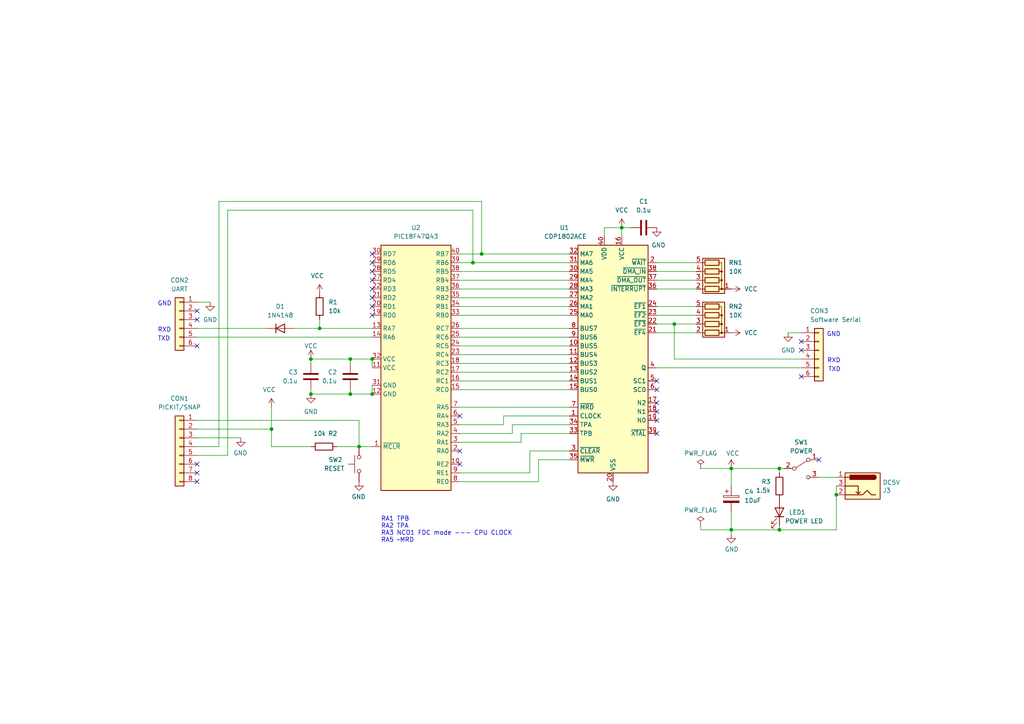
<source format=kicad_sch>
(kicad_sch (version 20211123) (generator eeschema)

  (uuid 7e0a03ae-d054-4f76-a131-5c09b8dc1636)

  (paper "A4")

  (title_block
    (title "EMU1802")
    (date "2022-06-06")
    (rev "0.6")
    (company "kanpapa.com")
  )

  (lib_symbols
    (symbol "Connector:Barrel_Jack_Switch" (pin_names hide) (in_bom yes) (on_board yes)
      (property "Reference" "J" (id 0) (at 0 5.334 0)
        (effects (font (size 1.27 1.27)))
      )
      (property "Value" "Barrel_Jack_Switch" (id 1) (at 0 -5.08 0)
        (effects (font (size 1.27 1.27)))
      )
      (property "Footprint" "" (id 2) (at 1.27 -1.016 0)
        (effects (font (size 1.27 1.27)) hide)
      )
      (property "Datasheet" "~" (id 3) (at 1.27 -1.016 0)
        (effects (font (size 1.27 1.27)) hide)
      )
      (property "ki_keywords" "DC power barrel jack connector" (id 4) (at 0 0 0)
        (effects (font (size 1.27 1.27)) hide)
      )
      (property "ki_description" "DC Barrel Jack with an internal switch" (id 5) (at 0 0 0)
        (effects (font (size 1.27 1.27)) hide)
      )
      (property "ki_fp_filters" "BarrelJack*" (id 6) (at 0 0 0)
        (effects (font (size 1.27 1.27)) hide)
      )
      (symbol "Barrel_Jack_Switch_0_1"
        (rectangle (start -5.08 3.81) (end 5.08 -3.81)
          (stroke (width 0.254) (type default) (color 0 0 0 0))
          (fill (type background))
        )
        (arc (start -3.302 3.175) (mid -3.937 2.54) (end -3.302 1.905)
          (stroke (width 0.254) (type default) (color 0 0 0 0))
          (fill (type none))
        )
        (arc (start -3.302 3.175) (mid -3.937 2.54) (end -3.302 1.905)
          (stroke (width 0.254) (type default) (color 0 0 0 0))
          (fill (type outline))
        )
        (polyline
          (pts
            (xy 1.27 -2.286)
            (xy 1.905 -1.651)
          )
          (stroke (width 0.254) (type default) (color 0 0 0 0))
          (fill (type none))
        )
        (polyline
          (pts
            (xy 5.08 2.54)
            (xy 3.81 2.54)
          )
          (stroke (width 0.254) (type default) (color 0 0 0 0))
          (fill (type none))
        )
        (polyline
          (pts
            (xy 5.08 0)
            (xy 1.27 0)
            (xy 1.27 -2.286)
            (xy 0.635 -1.651)
          )
          (stroke (width 0.254) (type default) (color 0 0 0 0))
          (fill (type none))
        )
        (polyline
          (pts
            (xy -3.81 -2.54)
            (xy -2.54 -2.54)
            (xy -1.27 -1.27)
            (xy 0 -2.54)
            (xy 2.54 -2.54)
            (xy 5.08 -2.54)
          )
          (stroke (width 0.254) (type default) (color 0 0 0 0))
          (fill (type none))
        )
        (rectangle (start 3.683 3.175) (end -3.302 1.905)
          (stroke (width 0.254) (type default) (color 0 0 0 0))
          (fill (type outline))
        )
      )
      (symbol "Barrel_Jack_Switch_1_1"
        (pin passive line (at 7.62 2.54 180) (length 2.54)
          (name "~" (effects (font (size 1.27 1.27))))
          (number "1" (effects (font (size 1.27 1.27))))
        )
        (pin passive line (at 7.62 -2.54 180) (length 2.54)
          (name "~" (effects (font (size 1.27 1.27))))
          (number "2" (effects (font (size 1.27 1.27))))
        )
        (pin passive line (at 7.62 0 180) (length 2.54)
          (name "~" (effects (font (size 1.27 1.27))))
          (number "3" (effects (font (size 1.27 1.27))))
        )
      )
    )
    (symbol "Connector_Generic:Conn_01x06" (pin_names (offset 1.016) hide) (in_bom yes) (on_board yes)
      (property "Reference" "J" (id 0) (at 0 7.62 0)
        (effects (font (size 1.27 1.27)))
      )
      (property "Value" "Conn_01x06" (id 1) (at 0 -10.16 0)
        (effects (font (size 1.27 1.27)))
      )
      (property "Footprint" "" (id 2) (at 0 0 0)
        (effects (font (size 1.27 1.27)) hide)
      )
      (property "Datasheet" "~" (id 3) (at 0 0 0)
        (effects (font (size 1.27 1.27)) hide)
      )
      (property "ki_keywords" "connector" (id 4) (at 0 0 0)
        (effects (font (size 1.27 1.27)) hide)
      )
      (property "ki_description" "Generic connector, single row, 01x06, script generated (kicad-library-utils/schlib/autogen/connector/)" (id 5) (at 0 0 0)
        (effects (font (size 1.27 1.27)) hide)
      )
      (property "ki_fp_filters" "Connector*:*_1x??_*" (id 6) (at 0 0 0)
        (effects (font (size 1.27 1.27)) hide)
      )
      (symbol "Conn_01x06_1_1"
        (rectangle (start -1.27 -7.493) (end 0 -7.747)
          (stroke (width 0.1524) (type default) (color 0 0 0 0))
          (fill (type none))
        )
        (rectangle (start -1.27 -4.953) (end 0 -5.207)
          (stroke (width 0.1524) (type default) (color 0 0 0 0))
          (fill (type none))
        )
        (rectangle (start -1.27 -2.413) (end 0 -2.667)
          (stroke (width 0.1524) (type default) (color 0 0 0 0))
          (fill (type none))
        )
        (rectangle (start -1.27 0.127) (end 0 -0.127)
          (stroke (width 0.1524) (type default) (color 0 0 0 0))
          (fill (type none))
        )
        (rectangle (start -1.27 2.667) (end 0 2.413)
          (stroke (width 0.1524) (type default) (color 0 0 0 0))
          (fill (type none))
        )
        (rectangle (start -1.27 5.207) (end 0 4.953)
          (stroke (width 0.1524) (type default) (color 0 0 0 0))
          (fill (type none))
        )
        (rectangle (start -1.27 6.35) (end 1.27 -8.89)
          (stroke (width 0.254) (type default) (color 0 0 0 0))
          (fill (type background))
        )
        (pin passive line (at -5.08 5.08 0) (length 3.81)
          (name "Pin_1" (effects (font (size 1.27 1.27))))
          (number "1" (effects (font (size 1.27 1.27))))
        )
        (pin passive line (at -5.08 2.54 0) (length 3.81)
          (name "Pin_2" (effects (font (size 1.27 1.27))))
          (number "2" (effects (font (size 1.27 1.27))))
        )
        (pin passive line (at -5.08 0 0) (length 3.81)
          (name "Pin_3" (effects (font (size 1.27 1.27))))
          (number "3" (effects (font (size 1.27 1.27))))
        )
        (pin passive line (at -5.08 -2.54 0) (length 3.81)
          (name "Pin_4" (effects (font (size 1.27 1.27))))
          (number "4" (effects (font (size 1.27 1.27))))
        )
        (pin passive line (at -5.08 -5.08 0) (length 3.81)
          (name "Pin_5" (effects (font (size 1.27 1.27))))
          (number "5" (effects (font (size 1.27 1.27))))
        )
        (pin passive line (at -5.08 -7.62 0) (length 3.81)
          (name "Pin_6" (effects (font (size 1.27 1.27))))
          (number "6" (effects (font (size 1.27 1.27))))
        )
      )
    )
    (symbol "Connector_Generic:Conn_01x08" (pin_names (offset 1.016) hide) (in_bom yes) (on_board yes)
      (property "Reference" "J" (id 0) (at 0 10.16 0)
        (effects (font (size 1.27 1.27)))
      )
      (property "Value" "Conn_01x08" (id 1) (at 0 -12.7 0)
        (effects (font (size 1.27 1.27)))
      )
      (property "Footprint" "" (id 2) (at 0 0 0)
        (effects (font (size 1.27 1.27)) hide)
      )
      (property "Datasheet" "~" (id 3) (at 0 0 0)
        (effects (font (size 1.27 1.27)) hide)
      )
      (property "ki_keywords" "connector" (id 4) (at 0 0 0)
        (effects (font (size 1.27 1.27)) hide)
      )
      (property "ki_description" "Generic connector, single row, 01x08, script generated (kicad-library-utils/schlib/autogen/connector/)" (id 5) (at 0 0 0)
        (effects (font (size 1.27 1.27)) hide)
      )
      (property "ki_fp_filters" "Connector*:*_1x??_*" (id 6) (at 0 0 0)
        (effects (font (size 1.27 1.27)) hide)
      )
      (symbol "Conn_01x08_1_1"
        (rectangle (start -1.27 -10.033) (end 0 -10.287)
          (stroke (width 0.1524) (type default) (color 0 0 0 0))
          (fill (type none))
        )
        (rectangle (start -1.27 -7.493) (end 0 -7.747)
          (stroke (width 0.1524) (type default) (color 0 0 0 0))
          (fill (type none))
        )
        (rectangle (start -1.27 -4.953) (end 0 -5.207)
          (stroke (width 0.1524) (type default) (color 0 0 0 0))
          (fill (type none))
        )
        (rectangle (start -1.27 -2.413) (end 0 -2.667)
          (stroke (width 0.1524) (type default) (color 0 0 0 0))
          (fill (type none))
        )
        (rectangle (start -1.27 0.127) (end 0 -0.127)
          (stroke (width 0.1524) (type default) (color 0 0 0 0))
          (fill (type none))
        )
        (rectangle (start -1.27 2.667) (end 0 2.413)
          (stroke (width 0.1524) (type default) (color 0 0 0 0))
          (fill (type none))
        )
        (rectangle (start -1.27 5.207) (end 0 4.953)
          (stroke (width 0.1524) (type default) (color 0 0 0 0))
          (fill (type none))
        )
        (rectangle (start -1.27 7.747) (end 0 7.493)
          (stroke (width 0.1524) (type default) (color 0 0 0 0))
          (fill (type none))
        )
        (rectangle (start -1.27 8.89) (end 1.27 -11.43)
          (stroke (width 0.254) (type default) (color 0 0 0 0))
          (fill (type background))
        )
        (pin passive line (at -5.08 7.62 0) (length 3.81)
          (name "Pin_1" (effects (font (size 1.27 1.27))))
          (number "1" (effects (font (size 1.27 1.27))))
        )
        (pin passive line (at -5.08 5.08 0) (length 3.81)
          (name "Pin_2" (effects (font (size 1.27 1.27))))
          (number "2" (effects (font (size 1.27 1.27))))
        )
        (pin passive line (at -5.08 2.54 0) (length 3.81)
          (name "Pin_3" (effects (font (size 1.27 1.27))))
          (number "3" (effects (font (size 1.27 1.27))))
        )
        (pin passive line (at -5.08 0 0) (length 3.81)
          (name "Pin_4" (effects (font (size 1.27 1.27))))
          (number "4" (effects (font (size 1.27 1.27))))
        )
        (pin passive line (at -5.08 -2.54 0) (length 3.81)
          (name "Pin_5" (effects (font (size 1.27 1.27))))
          (number "5" (effects (font (size 1.27 1.27))))
        )
        (pin passive line (at -5.08 -5.08 0) (length 3.81)
          (name "Pin_6" (effects (font (size 1.27 1.27))))
          (number "6" (effects (font (size 1.27 1.27))))
        )
        (pin passive line (at -5.08 -7.62 0) (length 3.81)
          (name "Pin_7" (effects (font (size 1.27 1.27))))
          (number "7" (effects (font (size 1.27 1.27))))
        )
        (pin passive line (at -5.08 -10.16 0) (length 3.81)
          (name "Pin_8" (effects (font (size 1.27 1.27))))
          (number "8" (effects (font (size 1.27 1.27))))
        )
      )
    )
    (symbol "Device:C" (pin_numbers hide) (pin_names (offset 0.254)) (in_bom yes) (on_board yes)
      (property "Reference" "C" (id 0) (at 0.635 2.54 0)
        (effects (font (size 1.27 1.27)) (justify left))
      )
      (property "Value" "C" (id 1) (at 0.635 -2.54 0)
        (effects (font (size 1.27 1.27)) (justify left))
      )
      (property "Footprint" "" (id 2) (at 0.9652 -3.81 0)
        (effects (font (size 1.27 1.27)) hide)
      )
      (property "Datasheet" "~" (id 3) (at 0 0 0)
        (effects (font (size 1.27 1.27)) hide)
      )
      (property "ki_keywords" "cap capacitor" (id 4) (at 0 0 0)
        (effects (font (size 1.27 1.27)) hide)
      )
      (property "ki_description" "Unpolarized capacitor" (id 5) (at 0 0 0)
        (effects (font (size 1.27 1.27)) hide)
      )
      (property "ki_fp_filters" "C_*" (id 6) (at 0 0 0)
        (effects (font (size 1.27 1.27)) hide)
      )
      (symbol "C_0_1"
        (polyline
          (pts
            (xy -2.032 -0.762)
            (xy 2.032 -0.762)
          )
          (stroke (width 0.508) (type default) (color 0 0 0 0))
          (fill (type none))
        )
        (polyline
          (pts
            (xy -2.032 0.762)
            (xy 2.032 0.762)
          )
          (stroke (width 0.508) (type default) (color 0 0 0 0))
          (fill (type none))
        )
      )
      (symbol "C_1_1"
        (pin passive line (at 0 3.81 270) (length 2.794)
          (name "~" (effects (font (size 1.27 1.27))))
          (number "1" (effects (font (size 1.27 1.27))))
        )
        (pin passive line (at 0 -3.81 90) (length 2.794)
          (name "~" (effects (font (size 1.27 1.27))))
          (number "2" (effects (font (size 1.27 1.27))))
        )
      )
    )
    (symbol "Device:C_Polarized" (pin_numbers hide) (pin_names (offset 0.254)) (in_bom yes) (on_board yes)
      (property "Reference" "C" (id 0) (at 0.635 2.54 0)
        (effects (font (size 1.27 1.27)) (justify left))
      )
      (property "Value" "C_Polarized" (id 1) (at 0.635 -2.54 0)
        (effects (font (size 1.27 1.27)) (justify left))
      )
      (property "Footprint" "" (id 2) (at 0.9652 -3.81 0)
        (effects (font (size 1.27 1.27)) hide)
      )
      (property "Datasheet" "~" (id 3) (at 0 0 0)
        (effects (font (size 1.27 1.27)) hide)
      )
      (property "ki_keywords" "cap capacitor" (id 4) (at 0 0 0)
        (effects (font (size 1.27 1.27)) hide)
      )
      (property "ki_description" "Polarized capacitor" (id 5) (at 0 0 0)
        (effects (font (size 1.27 1.27)) hide)
      )
      (property "ki_fp_filters" "CP_*" (id 6) (at 0 0 0)
        (effects (font (size 1.27 1.27)) hide)
      )
      (symbol "C_Polarized_0_1"
        (rectangle (start -2.286 0.508) (end 2.286 1.016)
          (stroke (width 0) (type default) (color 0 0 0 0))
          (fill (type none))
        )
        (polyline
          (pts
            (xy -1.778 2.286)
            (xy -0.762 2.286)
          )
          (stroke (width 0) (type default) (color 0 0 0 0))
          (fill (type none))
        )
        (polyline
          (pts
            (xy -1.27 2.794)
            (xy -1.27 1.778)
          )
          (stroke (width 0) (type default) (color 0 0 0 0))
          (fill (type none))
        )
        (rectangle (start 2.286 -0.508) (end -2.286 -1.016)
          (stroke (width 0) (type default) (color 0 0 0 0))
          (fill (type outline))
        )
      )
      (symbol "C_Polarized_1_1"
        (pin passive line (at 0 3.81 270) (length 2.794)
          (name "~" (effects (font (size 1.27 1.27))))
          (number "1" (effects (font (size 1.27 1.27))))
        )
        (pin passive line (at 0 -3.81 90) (length 2.794)
          (name "~" (effects (font (size 1.27 1.27))))
          (number "2" (effects (font (size 1.27 1.27))))
        )
      )
    )
    (symbol "Device:D" (pin_numbers hide) (pin_names (offset 1.016) hide) (in_bom yes) (on_board yes)
      (property "Reference" "D" (id 0) (at 0 2.54 0)
        (effects (font (size 1.27 1.27)))
      )
      (property "Value" "D" (id 1) (at 0 -2.54 0)
        (effects (font (size 1.27 1.27)))
      )
      (property "Footprint" "" (id 2) (at 0 0 0)
        (effects (font (size 1.27 1.27)) hide)
      )
      (property "Datasheet" "~" (id 3) (at 0 0 0)
        (effects (font (size 1.27 1.27)) hide)
      )
      (property "ki_keywords" "diode" (id 4) (at 0 0 0)
        (effects (font (size 1.27 1.27)) hide)
      )
      (property "ki_description" "Diode" (id 5) (at 0 0 0)
        (effects (font (size 1.27 1.27)) hide)
      )
      (property "ki_fp_filters" "TO-???* *_Diode_* *SingleDiode* D_*" (id 6) (at 0 0 0)
        (effects (font (size 1.27 1.27)) hide)
      )
      (symbol "D_0_1"
        (polyline
          (pts
            (xy -1.27 1.27)
            (xy -1.27 -1.27)
          )
          (stroke (width 0.254) (type default) (color 0 0 0 0))
          (fill (type none))
        )
        (polyline
          (pts
            (xy 1.27 0)
            (xy -1.27 0)
          )
          (stroke (width 0) (type default) (color 0 0 0 0))
          (fill (type none))
        )
        (polyline
          (pts
            (xy 1.27 1.27)
            (xy 1.27 -1.27)
            (xy -1.27 0)
            (xy 1.27 1.27)
          )
          (stroke (width 0.254) (type default) (color 0 0 0 0))
          (fill (type none))
        )
      )
      (symbol "D_1_1"
        (pin passive line (at -3.81 0 0) (length 2.54)
          (name "K" (effects (font (size 1.27 1.27))))
          (number "1" (effects (font (size 1.27 1.27))))
        )
        (pin passive line (at 3.81 0 180) (length 2.54)
          (name "A" (effects (font (size 1.27 1.27))))
          (number "2" (effects (font (size 1.27 1.27))))
        )
      )
    )
    (symbol "Device:LED" (pin_numbers hide) (pin_names (offset 1.016) hide) (in_bom yes) (on_board yes)
      (property "Reference" "D" (id 0) (at 0 2.54 0)
        (effects (font (size 1.27 1.27)))
      )
      (property "Value" "LED" (id 1) (at 0 -2.54 0)
        (effects (font (size 1.27 1.27)))
      )
      (property "Footprint" "" (id 2) (at 0 0 0)
        (effects (font (size 1.27 1.27)) hide)
      )
      (property "Datasheet" "~" (id 3) (at 0 0 0)
        (effects (font (size 1.27 1.27)) hide)
      )
      (property "ki_keywords" "LED diode" (id 4) (at 0 0 0)
        (effects (font (size 1.27 1.27)) hide)
      )
      (property "ki_description" "Light emitting diode" (id 5) (at 0 0 0)
        (effects (font (size 1.27 1.27)) hide)
      )
      (property "ki_fp_filters" "LED* LED_SMD:* LED_THT:*" (id 6) (at 0 0 0)
        (effects (font (size 1.27 1.27)) hide)
      )
      (symbol "LED_0_1"
        (polyline
          (pts
            (xy -1.27 -1.27)
            (xy -1.27 1.27)
          )
          (stroke (width 0.254) (type default) (color 0 0 0 0))
          (fill (type none))
        )
        (polyline
          (pts
            (xy -1.27 0)
            (xy 1.27 0)
          )
          (stroke (width 0) (type default) (color 0 0 0 0))
          (fill (type none))
        )
        (polyline
          (pts
            (xy 1.27 -1.27)
            (xy 1.27 1.27)
            (xy -1.27 0)
            (xy 1.27 -1.27)
          )
          (stroke (width 0.254) (type default) (color 0 0 0 0))
          (fill (type none))
        )
        (polyline
          (pts
            (xy -3.048 -0.762)
            (xy -4.572 -2.286)
            (xy -3.81 -2.286)
            (xy -4.572 -2.286)
            (xy -4.572 -1.524)
          )
          (stroke (width 0) (type default) (color 0 0 0 0))
          (fill (type none))
        )
        (polyline
          (pts
            (xy -1.778 -0.762)
            (xy -3.302 -2.286)
            (xy -2.54 -2.286)
            (xy -3.302 -2.286)
            (xy -3.302 -1.524)
          )
          (stroke (width 0) (type default) (color 0 0 0 0))
          (fill (type none))
        )
      )
      (symbol "LED_1_1"
        (pin passive line (at -3.81 0 0) (length 2.54)
          (name "K" (effects (font (size 1.27 1.27))))
          (number "1" (effects (font (size 1.27 1.27))))
        )
        (pin passive line (at 3.81 0 180) (length 2.54)
          (name "A" (effects (font (size 1.27 1.27))))
          (number "2" (effects (font (size 1.27 1.27))))
        )
      )
    )
    (symbol "Device:R" (pin_numbers hide) (pin_names (offset 0)) (in_bom yes) (on_board yes)
      (property "Reference" "R" (id 0) (at 2.032 0 90)
        (effects (font (size 1.27 1.27)))
      )
      (property "Value" "R" (id 1) (at 0 0 90)
        (effects (font (size 1.27 1.27)))
      )
      (property "Footprint" "" (id 2) (at -1.778 0 90)
        (effects (font (size 1.27 1.27)) hide)
      )
      (property "Datasheet" "~" (id 3) (at 0 0 0)
        (effects (font (size 1.27 1.27)) hide)
      )
      (property "ki_keywords" "R res resistor" (id 4) (at 0 0 0)
        (effects (font (size 1.27 1.27)) hide)
      )
      (property "ki_description" "Resistor" (id 5) (at 0 0 0)
        (effects (font (size 1.27 1.27)) hide)
      )
      (property "ki_fp_filters" "R_*" (id 6) (at 0 0 0)
        (effects (font (size 1.27 1.27)) hide)
      )
      (symbol "R_0_1"
        (rectangle (start -1.016 -2.54) (end 1.016 2.54)
          (stroke (width 0.254) (type default) (color 0 0 0 0))
          (fill (type none))
        )
      )
      (symbol "R_1_1"
        (pin passive line (at 0 3.81 270) (length 1.27)
          (name "~" (effects (font (size 1.27 1.27))))
          (number "1" (effects (font (size 1.27 1.27))))
        )
        (pin passive line (at 0 -3.81 90) (length 1.27)
          (name "~" (effects (font (size 1.27 1.27))))
          (number "2" (effects (font (size 1.27 1.27))))
        )
      )
    )
    (symbol "Device:R_Network04" (pin_names (offset 0) hide) (in_bom yes) (on_board yes)
      (property "Reference" "RN" (id 0) (at -7.62 0 90)
        (effects (font (size 1.27 1.27)))
      )
      (property "Value" "R_Network04" (id 1) (at 5.08 0 90)
        (effects (font (size 1.27 1.27)))
      )
      (property "Footprint" "Resistor_THT:R_Array_SIP5" (id 2) (at 6.985 0 90)
        (effects (font (size 1.27 1.27)) hide)
      )
      (property "Datasheet" "http://www.vishay.com/docs/31509/csc.pdf" (id 3) (at 0 0 0)
        (effects (font (size 1.27 1.27)) hide)
      )
      (property "ki_keywords" "R network star-topology" (id 4) (at 0 0 0)
        (effects (font (size 1.27 1.27)) hide)
      )
      (property "ki_description" "4 resistor network, star topology, bussed resistors, small symbol" (id 5) (at 0 0 0)
        (effects (font (size 1.27 1.27)) hide)
      )
      (property "ki_fp_filters" "R?Array?SIP*" (id 6) (at 0 0 0)
        (effects (font (size 1.27 1.27)) hide)
      )
      (symbol "R_Network04_0_1"
        (rectangle (start -6.35 -3.175) (end 3.81 3.175)
          (stroke (width 0.254) (type default) (color 0 0 0 0))
          (fill (type background))
        )
        (rectangle (start -5.842 1.524) (end -4.318 -2.54)
          (stroke (width 0.254) (type default) (color 0 0 0 0))
          (fill (type none))
        )
        (circle (center -5.08 2.286) (radius 0.254)
          (stroke (width 0) (type default) (color 0 0 0 0))
          (fill (type outline))
        )
        (rectangle (start -3.302 1.524) (end -1.778 -2.54)
          (stroke (width 0.254) (type default) (color 0 0 0 0))
          (fill (type none))
        )
        (circle (center -2.54 2.286) (radius 0.254)
          (stroke (width 0) (type default) (color 0 0 0 0))
          (fill (type outline))
        )
        (rectangle (start -0.762 1.524) (end 0.762 -2.54)
          (stroke (width 0.254) (type default) (color 0 0 0 0))
          (fill (type none))
        )
        (polyline
          (pts
            (xy -5.08 -2.54)
            (xy -5.08 -3.81)
          )
          (stroke (width 0) (type default) (color 0 0 0 0))
          (fill (type none))
        )
        (polyline
          (pts
            (xy -2.54 -2.54)
            (xy -2.54 -3.81)
          )
          (stroke (width 0) (type default) (color 0 0 0 0))
          (fill (type none))
        )
        (polyline
          (pts
            (xy 0 -2.54)
            (xy 0 -3.81)
          )
          (stroke (width 0) (type default) (color 0 0 0 0))
          (fill (type none))
        )
        (polyline
          (pts
            (xy 2.54 -2.54)
            (xy 2.54 -3.81)
          )
          (stroke (width 0) (type default) (color 0 0 0 0))
          (fill (type none))
        )
        (polyline
          (pts
            (xy -5.08 1.524)
            (xy -5.08 2.286)
            (xy -2.54 2.286)
            (xy -2.54 1.524)
          )
          (stroke (width 0) (type default) (color 0 0 0 0))
          (fill (type none))
        )
        (polyline
          (pts
            (xy -2.54 1.524)
            (xy -2.54 2.286)
            (xy 0 2.286)
            (xy 0 1.524)
          )
          (stroke (width 0) (type default) (color 0 0 0 0))
          (fill (type none))
        )
        (polyline
          (pts
            (xy 0 1.524)
            (xy 0 2.286)
            (xy 2.54 2.286)
            (xy 2.54 1.524)
          )
          (stroke (width 0) (type default) (color 0 0 0 0))
          (fill (type none))
        )
        (circle (center 0 2.286) (radius 0.254)
          (stroke (width 0) (type default) (color 0 0 0 0))
          (fill (type outline))
        )
        (rectangle (start 1.778 1.524) (end 3.302 -2.54)
          (stroke (width 0.254) (type default) (color 0 0 0 0))
          (fill (type none))
        )
      )
      (symbol "R_Network04_1_1"
        (pin passive line (at -5.08 5.08 270) (length 2.54)
          (name "common" (effects (font (size 1.27 1.27))))
          (number "1" (effects (font (size 1.27 1.27))))
        )
        (pin passive line (at -5.08 -5.08 90) (length 1.27)
          (name "R1" (effects (font (size 1.27 1.27))))
          (number "2" (effects (font (size 1.27 1.27))))
        )
        (pin passive line (at -2.54 -5.08 90) (length 1.27)
          (name "R2" (effects (font (size 1.27 1.27))))
          (number "3" (effects (font (size 1.27 1.27))))
        )
        (pin passive line (at 0 -5.08 90) (length 1.27)
          (name "R3" (effects (font (size 1.27 1.27))))
          (number "4" (effects (font (size 1.27 1.27))))
        )
        (pin passive line (at 2.54 -5.08 90) (length 1.27)
          (name "R4" (effects (font (size 1.27 1.27))))
          (number "5" (effects (font (size 1.27 1.27))))
        )
      )
    )
    (symbol "Switch:SW_Push" (pin_numbers hide) (pin_names (offset 1.016) hide) (in_bom yes) (on_board yes)
      (property "Reference" "SW" (id 0) (at 1.27 2.54 0)
        (effects (font (size 1.27 1.27)) (justify left))
      )
      (property "Value" "SW_Push" (id 1) (at 0 -1.524 0)
        (effects (font (size 1.27 1.27)))
      )
      (property "Footprint" "" (id 2) (at 0 5.08 0)
        (effects (font (size 1.27 1.27)) hide)
      )
      (property "Datasheet" "~" (id 3) (at 0 5.08 0)
        (effects (font (size 1.27 1.27)) hide)
      )
      (property "ki_keywords" "switch normally-open pushbutton push-button" (id 4) (at 0 0 0)
        (effects (font (size 1.27 1.27)) hide)
      )
      (property "ki_description" "Push button switch, generic, two pins" (id 5) (at 0 0 0)
        (effects (font (size 1.27 1.27)) hide)
      )
      (symbol "SW_Push_0_1"
        (circle (center -2.032 0) (radius 0.508)
          (stroke (width 0) (type default) (color 0 0 0 0))
          (fill (type none))
        )
        (polyline
          (pts
            (xy 0 1.27)
            (xy 0 3.048)
          )
          (stroke (width 0) (type default) (color 0 0 0 0))
          (fill (type none))
        )
        (polyline
          (pts
            (xy 2.54 1.27)
            (xy -2.54 1.27)
          )
          (stroke (width 0) (type default) (color 0 0 0 0))
          (fill (type none))
        )
        (circle (center 2.032 0) (radius 0.508)
          (stroke (width 0) (type default) (color 0 0 0 0))
          (fill (type none))
        )
        (pin passive line (at -5.08 0 0) (length 2.54)
          (name "1" (effects (font (size 1.27 1.27))))
          (number "1" (effects (font (size 1.27 1.27))))
        )
        (pin passive line (at 5.08 0 180) (length 2.54)
          (name "2" (effects (font (size 1.27 1.27))))
          (number "2" (effects (font (size 1.27 1.27))))
        )
      )
    )
    (symbol "Switch:SW_SPDT" (pin_names (offset 0) hide) (in_bom yes) (on_board yes)
      (property "Reference" "SW" (id 0) (at 0 4.318 0)
        (effects (font (size 1.27 1.27)))
      )
      (property "Value" "SW_SPDT" (id 1) (at 0 -5.08 0)
        (effects (font (size 1.27 1.27)))
      )
      (property "Footprint" "" (id 2) (at 0 0 0)
        (effects (font (size 1.27 1.27)) hide)
      )
      (property "Datasheet" "~" (id 3) (at 0 0 0)
        (effects (font (size 1.27 1.27)) hide)
      )
      (property "ki_keywords" "switch single-pole double-throw spdt ON-ON" (id 4) (at 0 0 0)
        (effects (font (size 1.27 1.27)) hide)
      )
      (property "ki_description" "Switch, single pole double throw" (id 5) (at 0 0 0)
        (effects (font (size 1.27 1.27)) hide)
      )
      (symbol "SW_SPDT_0_0"
        (circle (center -2.032 0) (radius 0.508)
          (stroke (width 0) (type default) (color 0 0 0 0))
          (fill (type none))
        )
        (circle (center 2.032 -2.54) (radius 0.508)
          (stroke (width 0) (type default) (color 0 0 0 0))
          (fill (type none))
        )
      )
      (symbol "SW_SPDT_0_1"
        (polyline
          (pts
            (xy -1.524 0.254)
            (xy 1.651 2.286)
          )
          (stroke (width 0) (type default) (color 0 0 0 0))
          (fill (type none))
        )
        (circle (center 2.032 2.54) (radius 0.508)
          (stroke (width 0) (type default) (color 0 0 0 0))
          (fill (type none))
        )
      )
      (symbol "SW_SPDT_1_1"
        (pin passive line (at 5.08 2.54 180) (length 2.54)
          (name "A" (effects (font (size 1.27 1.27))))
          (number "1" (effects (font (size 1.27 1.27))))
        )
        (pin passive line (at -5.08 0 0) (length 2.54)
          (name "B" (effects (font (size 1.27 1.27))))
          (number "2" (effects (font (size 1.27 1.27))))
        )
        (pin passive line (at 5.08 -2.54 180) (length 2.54)
          (name "C" (effects (font (size 1.27 1.27))))
          (number "3" (effects (font (size 1.27 1.27))))
        )
      )
    )
    (symbol "emu1802:CDP1802ACE" (in_bom yes) (on_board yes)
      (property "Reference" "U" (id 0) (at -10.16 34.29 0)
        (effects (font (size 1.27 1.27)) (justify left))
      )
      (property "Value" "CDP1802ACE" (id 1) (at 3.81 34.29 0)
        (effects (font (size 1.27 1.27)) (justify left))
      )
      (property "Footprint" "Package_DIP:DIP-40_W15.24mm" (id 2) (at 0 48.26 0)
        (effects (font (size 1.27 1.27)) hide)
      )
      (property "Datasheet" "http://www.cosmacelf.com/publications/data-sheets/cdp1802.pdf" (id 3) (at 0 50.8 0)
        (effects (font (size 1.27 1.27)) hide)
      )
      (property "ki_keywords" "CPU Processor" (id 4) (at 0 0 0)
        (effects (font (size 1.27 1.27)) hide)
      )
      (property "ki_description" "8-bit, General Purpose, 5V, 3.2 MHz, DIP-40" (id 5) (at 0 0 0)
        (effects (font (size 1.27 1.27)) hide)
      )
      (property "ki_fp_filters" "DIP*W15.24mm*" (id 6) (at 0 0 0)
        (effects (font (size 1.27 1.27)) hide)
      )
      (symbol "CDP1802ACE_0_1"
        (rectangle (start -10.16 33.02) (end 10.16 -33.02)
          (stroke (width 0.254) (type default) (color 0 0 0 0))
          (fill (type background))
        )
      )
      (symbol "CDP1802ACE_1_1"
        (pin input line (at 12.7 -16.51 180) (length 2.54)
          (name "CLOCK" (effects (font (size 1.27 1.27))))
          (number "1" (effects (font (size 1.27 1.27))))
        )
        (pin bidirectional line (at 12.7 3.81 180) (length 2.54)
          (name "BUS5" (effects (font (size 1.27 1.27))))
          (number "10" (effects (font (size 1.27 1.27))))
        )
        (pin bidirectional line (at 12.7 1.27 180) (length 2.54)
          (name "BUS4" (effects (font (size 1.27 1.27))))
          (number "11" (effects (font (size 1.27 1.27))))
        )
        (pin bidirectional line (at 12.7 -1.27 180) (length 2.54)
          (name "BUS3" (effects (font (size 1.27 1.27))))
          (number "12" (effects (font (size 1.27 1.27))))
        )
        (pin bidirectional line (at 12.7 -3.81 180) (length 2.54)
          (name "BUS2" (effects (font (size 1.27 1.27))))
          (number "13" (effects (font (size 1.27 1.27))))
        )
        (pin bidirectional line (at 12.7 -6.35 180) (length 2.54)
          (name "BUS1" (effects (font (size 1.27 1.27))))
          (number "14" (effects (font (size 1.27 1.27))))
        )
        (pin bidirectional line (at 12.7 -8.89 180) (length 2.54)
          (name "BUS0" (effects (font (size 1.27 1.27))))
          (number "15" (effects (font (size 1.27 1.27))))
        )
        (pin power_in line (at -2.54 35.56 270) (length 2.54)
          (name "VCC" (effects (font (size 1.27 1.27))))
          (number "16" (effects (font (size 1.27 1.27))))
        )
        (pin output line (at -12.7 -12.7 0) (length 2.54)
          (name "N2" (effects (font (size 1.27 1.27))))
          (number "17" (effects (font (size 1.27 1.27))))
        )
        (pin output line (at -12.7 -15.24 0) (length 2.54)
          (name "N1" (effects (font (size 1.27 1.27))))
          (number "18" (effects (font (size 1.27 1.27))))
        )
        (pin output line (at -12.7 -17.78 0) (length 2.54)
          (name "N0" (effects (font (size 1.27 1.27))))
          (number "19" (effects (font (size 1.27 1.27))))
        )
        (pin input line (at -12.7 27.94 0) (length 2.54)
          (name "~{WAIT}" (effects (font (size 1.27 1.27))))
          (number "2" (effects (font (size 1.27 1.27))))
        )
        (pin power_in line (at 0 -35.56 90) (length 2.54)
          (name "VSS" (effects (font (size 1.27 1.27))))
          (number "20" (effects (font (size 1.27 1.27))))
        )
        (pin input line (at -12.7 7.62 0) (length 2.54)
          (name "~{EF4}" (effects (font (size 1.27 1.27))))
          (number "21" (effects (font (size 1.27 1.27))))
        )
        (pin input line (at -12.7 10.16 0) (length 2.54)
          (name "~{EF3}" (effects (font (size 1.27 1.27))))
          (number "22" (effects (font (size 1.27 1.27))))
        )
        (pin input line (at -12.7 12.7 0) (length 2.54)
          (name "~{EF2}" (effects (font (size 1.27 1.27))))
          (number "23" (effects (font (size 1.27 1.27))))
        )
        (pin input line (at -12.7 15.24 0) (length 2.54)
          (name "~{EF1}" (effects (font (size 1.27 1.27))))
          (number "24" (effects (font (size 1.27 1.27))))
        )
        (pin output line (at 12.7 12.7 180) (length 2.54)
          (name "MA0" (effects (font (size 1.27 1.27))))
          (number "25" (effects (font (size 1.27 1.27))))
        )
        (pin output line (at 12.7 15.24 180) (length 2.54)
          (name "MA1" (effects (font (size 1.27 1.27))))
          (number "26" (effects (font (size 1.27 1.27))))
        )
        (pin output line (at 12.7 17.78 180) (length 2.54)
          (name "MA2" (effects (font (size 1.27 1.27))))
          (number "27" (effects (font (size 1.27 1.27))))
        )
        (pin output line (at 12.7 20.32 180) (length 2.54)
          (name "MA3" (effects (font (size 1.27 1.27))))
          (number "28" (effects (font (size 1.27 1.27))))
        )
        (pin output line (at 12.7 22.86 180) (length 2.54)
          (name "MA4" (effects (font (size 1.27 1.27))))
          (number "29" (effects (font (size 1.27 1.27))))
        )
        (pin input line (at 12.7 -26.67 180) (length 2.54)
          (name "~{CLEAR}" (effects (font (size 1.27 1.27))))
          (number "3" (effects (font (size 1.27 1.27))))
        )
        (pin output line (at 12.7 25.4 180) (length 2.54)
          (name "MA5" (effects (font (size 1.27 1.27))))
          (number "30" (effects (font (size 1.27 1.27))))
        )
        (pin output line (at 12.7 27.94 180) (length 2.54)
          (name "MA6" (effects (font (size 1.27 1.27))))
          (number "31" (effects (font (size 1.27 1.27))))
        )
        (pin output line (at 12.7 30.48 180) (length 2.54)
          (name "MA7" (effects (font (size 1.27 1.27))))
          (number "32" (effects (font (size 1.27 1.27))))
        )
        (pin output line (at 12.7 -21.59 180) (length 2.54)
          (name "TPB" (effects (font (size 1.27 1.27))))
          (number "33" (effects (font (size 1.27 1.27))))
        )
        (pin output line (at 12.7 -19.05 180) (length 2.54)
          (name "TPA" (effects (font (size 1.27 1.27))))
          (number "34" (effects (font (size 1.27 1.27))))
        )
        (pin output line (at 12.7 -29.21 180) (length 2.54)
          (name "~{MWR}" (effects (font (size 1.27 1.27))))
          (number "35" (effects (font (size 1.27 1.27))))
        )
        (pin input line (at -12.7 20.32 0) (length 2.54)
          (name "~{INTERRUPT}" (effects (font (size 1.27 1.27))))
          (number "36" (effects (font (size 1.27 1.27))))
        )
        (pin input line (at -12.7 22.86 0) (length 2.54)
          (name "~{DMA_OUT}" (effects (font (size 1.27 1.27))))
          (number "37" (effects (font (size 1.27 1.27))))
        )
        (pin input line (at -12.7 25.4 0) (length 2.54)
          (name "~{DMA_IN}" (effects (font (size 1.27 1.27))))
          (number "38" (effects (font (size 1.27 1.27))))
        )
        (pin output line (at -12.7 -21.59 0) (length 2.54)
          (name "~{XTAL}" (effects (font (size 1.27 1.27))))
          (number "39" (effects (font (size 1.27 1.27))))
        )
        (pin output line (at -12.7 -2.54 0) (length 2.54)
          (name "Q" (effects (font (size 1.27 1.27))))
          (number "4" (effects (font (size 1.27 1.27))))
        )
        (pin power_in line (at 2.54 35.56 270) (length 2.54)
          (name "VDD" (effects (font (size 1.27 1.27))))
          (number "40" (effects (font (size 1.27 1.27))))
        )
        (pin output line (at -12.7 -6.35 0) (length 2.54)
          (name "SC1" (effects (font (size 1.27 1.27))))
          (number "5" (effects (font (size 1.27 1.27))))
        )
        (pin output line (at -12.7 -8.89 0) (length 2.54)
          (name "SC0" (effects (font (size 1.27 1.27))))
          (number "6" (effects (font (size 1.27 1.27))))
        )
        (pin output line (at 12.7 -13.97 180) (length 2.54)
          (name "~{MRD}" (effects (font (size 1.27 1.27))))
          (number "7" (effects (font (size 1.27 1.27))))
        )
        (pin bidirectional line (at 12.7 8.89 180) (length 2.54)
          (name "BUS7" (effects (font (size 1.27 1.27))))
          (number "8" (effects (font (size 1.27 1.27))))
        )
        (pin bidirectional line (at 12.7 6.35 180) (length 2.54)
          (name "BUS6" (effects (font (size 1.27 1.27))))
          (number "9" (effects (font (size 1.27 1.27))))
        )
      )
    )
    (symbol "emu1802:PIC18F47Q43" (in_bom yes) (on_board yes)
      (property "Reference" "U" (id 0) (at -10.16 34.29 0)
        (effects (font (size 1.27 1.27)) (justify left))
      )
      (property "Value" "PIC18F47Q43" (id 1) (at 3.81 34.29 0)
        (effects (font (size 1.27 1.27)) (justify left))
      )
      (property "Footprint" "Package_DIP:DIP-40_W15.24mm" (id 2) (at 0 48.26 0)
        (effects (font (size 1.27 1.27)) hide)
      )
      (property "Datasheet" "http://www.cosmacelf.com/publications/data-sheets/cdp1802.pdf" (id 3) (at 0 50.8 0)
        (effects (font (size 1.27 1.27)) hide)
      )
      (property "ki_keywords" "CPU Processor" (id 4) (at 0 0 0)
        (effects (font (size 1.27 1.27)) hide)
      )
      (property "ki_description" "8-bit, General Purpose, 5V, 3.2 MHz, DIP-40" (id 5) (at 0 0 0)
        (effects (font (size 1.27 1.27)) hide)
      )
      (property "ki_fp_filters" "DIP*W15.24mm*" (id 6) (at 0 0 0)
        (effects (font (size 1.27 1.27)) hide)
      )
      (symbol "PIC18F47Q43_0_1"
        (rectangle (start -10.16 33.02) (end 10.16 -38.1)
          (stroke (width 0.254) (type default) (color 0 0 0 0))
          (fill (type background))
        )
      )
      (symbol "PIC18F47Q43_1_1"
        (pin input line (at 12.7 -25.4 180) (length 2.54)
          (name "~{MCLR}" (effects (font (size 1.27 1.27))))
          (number "1" (effects (font (size 1.27 1.27))))
        )
        (pin bidirectional line (at -12.7 -30.48 0) (length 2.54)
          (name "RE2" (effects (font (size 1.27 1.27))))
          (number "10" (effects (font (size 1.27 1.27))))
        )
        (pin power_in line (at 12.7 -2.54 180) (length 2.54)
          (name "VCC" (effects (font (size 1.27 1.27))))
          (number "11" (effects (font (size 1.27 1.27))))
        )
        (pin power_in line (at 12.7 -10.16 180) (length 2.54)
          (name "GND" (effects (font (size 1.27 1.27))))
          (number "12" (effects (font (size 1.27 1.27))))
        )
        (pin bidirectional line (at 12.7 8.89 180) (length 2.54)
          (name "RA7" (effects (font (size 1.27 1.27))))
          (number "13" (effects (font (size 1.27 1.27))))
        )
        (pin bidirectional line (at 12.7 6.35 180) (length 2.54)
          (name "RA6" (effects (font (size 1.27 1.27))))
          (number "14" (effects (font (size 1.27 1.27))))
        )
        (pin bidirectional line (at -12.7 -8.89 0) (length 2.54)
          (name "RC0" (effects (font (size 1.27 1.27))))
          (number "15" (effects (font (size 1.27 1.27))))
        )
        (pin bidirectional line (at -12.7 -6.35 0) (length 2.54)
          (name "RC1" (effects (font (size 1.27 1.27))))
          (number "16" (effects (font (size 1.27 1.27))))
        )
        (pin bidirectional line (at -12.7 -3.81 0) (length 2.54)
          (name "RC2" (effects (font (size 1.27 1.27))))
          (number "17" (effects (font (size 1.27 1.27))))
        )
        (pin bidirectional line (at -12.7 -1.27 0) (length 2.54)
          (name "RC3" (effects (font (size 1.27 1.27))))
          (number "18" (effects (font (size 1.27 1.27))))
        )
        (pin bidirectional line (at 12.7 12.7 180) (length 2.54)
          (name "RD0" (effects (font (size 1.27 1.27))))
          (number "19" (effects (font (size 1.27 1.27))))
        )
        (pin bidirectional line (at -12.7 -26.67 0) (length 2.54)
          (name "RA0" (effects (font (size 1.27 1.27))))
          (number "2" (effects (font (size 1.27 1.27))))
        )
        (pin bidirectional line (at 12.7 15.24 180) (length 2.54)
          (name "RD1" (effects (font (size 1.27 1.27))))
          (number "20" (effects (font (size 1.27 1.27))))
        )
        (pin bidirectional line (at 12.7 17.78 180) (length 2.54)
          (name "RD2" (effects (font (size 1.27 1.27))))
          (number "21" (effects (font (size 1.27 1.27))))
        )
        (pin bidirectional line (at 12.7 20.32 180) (length 2.54)
          (name "RD3" (effects (font (size 1.27 1.27))))
          (number "22" (effects (font (size 1.27 1.27))))
        )
        (pin bidirectional line (at -12.7 1.27 0) (length 2.54)
          (name "RC4" (effects (font (size 1.27 1.27))))
          (number "23" (effects (font (size 1.27 1.27))))
        )
        (pin bidirectional line (at -12.7 3.81 0) (length 2.54)
          (name "RC5" (effects (font (size 1.27 1.27))))
          (number "24" (effects (font (size 1.27 1.27))))
        )
        (pin bidirectional line (at -12.7 6.35 0) (length 2.54)
          (name "RC6" (effects (font (size 1.27 1.27))))
          (number "25" (effects (font (size 1.27 1.27))))
        )
        (pin bidirectional line (at -12.7 8.89 0) (length 2.54)
          (name "RC7" (effects (font (size 1.27 1.27))))
          (number "26" (effects (font (size 1.27 1.27))))
        )
        (pin bidirectional line (at 12.7 22.86 180) (length 2.54)
          (name "RD4" (effects (font (size 1.27 1.27))))
          (number "27" (effects (font (size 1.27 1.27))))
        )
        (pin bidirectional line (at 12.7 25.4 180) (length 2.54)
          (name "RD5" (effects (font (size 1.27 1.27))))
          (number "28" (effects (font (size 1.27 1.27))))
        )
        (pin bidirectional line (at 12.7 27.94 180) (length 2.54)
          (name "RD6" (effects (font (size 1.27 1.27))))
          (number "29" (effects (font (size 1.27 1.27))))
        )
        (pin bidirectional line (at -12.7 -24.13 0) (length 2.54)
          (name "RA1" (effects (font (size 1.27 1.27))))
          (number "3" (effects (font (size 1.27 1.27))))
        )
        (pin bidirectional line (at 12.7 30.48 180) (length 2.54)
          (name "RD7" (effects (font (size 1.27 1.27))))
          (number "30" (effects (font (size 1.27 1.27))))
        )
        (pin power_in line (at 12.7 -7.62 180) (length 2.54)
          (name "GND" (effects (font (size 1.27 1.27))))
          (number "31" (effects (font (size 1.27 1.27))))
        )
        (pin power_in line (at 12.7 0 180) (length 2.54)
          (name "VCC" (effects (font (size 1.27 1.27))))
          (number "32" (effects (font (size 1.27 1.27))))
        )
        (pin bidirectional line (at -12.7 12.7 0) (length 2.54)
          (name "RB0" (effects (font (size 1.27 1.27))))
          (number "33" (effects (font (size 1.27 1.27))))
        )
        (pin bidirectional line (at -12.7 15.24 0) (length 2.54)
          (name "RB1" (effects (font (size 1.27 1.27))))
          (number "34" (effects (font (size 1.27 1.27))))
        )
        (pin bidirectional line (at -12.7 17.78 0) (length 2.54)
          (name "RB2" (effects (font (size 1.27 1.27))))
          (number "35" (effects (font (size 1.27 1.27))))
        )
        (pin bidirectional line (at -12.7 20.32 0) (length 2.54)
          (name "RB3" (effects (font (size 1.27 1.27))))
          (number "36" (effects (font (size 1.27 1.27))))
        )
        (pin bidirectional line (at -12.7 22.86 0) (length 2.54)
          (name "RB4" (effects (font (size 1.27 1.27))))
          (number "37" (effects (font (size 1.27 1.27))))
        )
        (pin bidirectional line (at -12.7 25.4 0) (length 2.54)
          (name "RB5" (effects (font (size 1.27 1.27))))
          (number "38" (effects (font (size 1.27 1.27))))
        )
        (pin bidirectional line (at -12.7 27.94 0) (length 2.54)
          (name "RB6" (effects (font (size 1.27 1.27))))
          (number "39" (effects (font (size 1.27 1.27))))
        )
        (pin bidirectional line (at -12.7 -21.59 0) (length 2.54)
          (name "RA2" (effects (font (size 1.27 1.27))))
          (number "4" (effects (font (size 1.27 1.27))))
        )
        (pin bidirectional line (at -12.7 30.48 0) (length 2.54)
          (name "RB7" (effects (font (size 1.27 1.27))))
          (number "40" (effects (font (size 1.27 1.27))))
        )
        (pin bidirectional line (at -12.7 -19.05 0) (length 2.54)
          (name "RA3" (effects (font (size 1.27 1.27))))
          (number "5" (effects (font (size 1.27 1.27))))
        )
        (pin bidirectional line (at -12.7 -16.51 0) (length 2.54)
          (name "RA4" (effects (font (size 1.27 1.27))))
          (number "6" (effects (font (size 1.27 1.27))))
        )
        (pin bidirectional line (at -12.7 -13.97 0) (length 2.54)
          (name "RA5" (effects (font (size 1.27 1.27))))
          (number "7" (effects (font (size 1.27 1.27))))
        )
        (pin bidirectional line (at -12.7 -35.56 0) (length 2.54)
          (name "RE0" (effects (font (size 1.27 1.27))))
          (number "8" (effects (font (size 1.27 1.27))))
        )
        (pin bidirectional line (at -12.7 -33.02 0) (length 2.54)
          (name "RE1" (effects (font (size 1.27 1.27))))
          (number "9" (effects (font (size 1.27 1.27))))
        )
      )
    )
    (symbol "power:GND" (power) (pin_names (offset 0)) (in_bom yes) (on_board yes)
      (property "Reference" "#PWR" (id 0) (at 0 -6.35 0)
        (effects (font (size 1.27 1.27)) hide)
      )
      (property "Value" "GND" (id 1) (at 0 -3.81 0)
        (effects (font (size 1.27 1.27)))
      )
      (property "Footprint" "" (id 2) (at 0 0 0)
        (effects (font (size 1.27 1.27)) hide)
      )
      (property "Datasheet" "" (id 3) (at 0 0 0)
        (effects (font (size 1.27 1.27)) hide)
      )
      (property "ki_keywords" "power-flag" (id 4) (at 0 0 0)
        (effects (font (size 1.27 1.27)) hide)
      )
      (property "ki_description" "Power symbol creates a global label with name \"GND\" , ground" (id 5) (at 0 0 0)
        (effects (font (size 1.27 1.27)) hide)
      )
      (symbol "GND_0_1"
        (polyline
          (pts
            (xy 0 0)
            (xy 0 -1.27)
            (xy 1.27 -1.27)
            (xy 0 -2.54)
            (xy -1.27 -1.27)
            (xy 0 -1.27)
          )
          (stroke (width 0) (type default) (color 0 0 0 0))
          (fill (type none))
        )
      )
      (symbol "GND_1_1"
        (pin power_in line (at 0 0 270) (length 0) hide
          (name "GND" (effects (font (size 1.27 1.27))))
          (number "1" (effects (font (size 1.27 1.27))))
        )
      )
    )
    (symbol "power:PWR_FLAG" (power) (pin_numbers hide) (pin_names (offset 0) hide) (in_bom yes) (on_board yes)
      (property "Reference" "#FLG" (id 0) (at 0 1.905 0)
        (effects (font (size 1.27 1.27)) hide)
      )
      (property "Value" "PWR_FLAG" (id 1) (at 0 3.81 0)
        (effects (font (size 1.27 1.27)))
      )
      (property "Footprint" "" (id 2) (at 0 0 0)
        (effects (font (size 1.27 1.27)) hide)
      )
      (property "Datasheet" "~" (id 3) (at 0 0 0)
        (effects (font (size 1.27 1.27)) hide)
      )
      (property "ki_keywords" "power-flag" (id 4) (at 0 0 0)
        (effects (font (size 1.27 1.27)) hide)
      )
      (property "ki_description" "Special symbol for telling ERC where power comes from" (id 5) (at 0 0 0)
        (effects (font (size 1.27 1.27)) hide)
      )
      (symbol "PWR_FLAG_0_0"
        (pin power_out line (at 0 0 90) (length 0)
          (name "pwr" (effects (font (size 1.27 1.27))))
          (number "1" (effects (font (size 1.27 1.27))))
        )
      )
      (symbol "PWR_FLAG_0_1"
        (polyline
          (pts
            (xy 0 0)
            (xy 0 1.27)
            (xy -1.016 1.905)
            (xy 0 2.54)
            (xy 1.016 1.905)
            (xy 0 1.27)
          )
          (stroke (width 0) (type default) (color 0 0 0 0))
          (fill (type none))
        )
      )
    )
    (symbol "power:VCC" (power) (pin_names (offset 0)) (in_bom yes) (on_board yes)
      (property "Reference" "#PWR" (id 0) (at 0 -3.81 0)
        (effects (font (size 1.27 1.27)) hide)
      )
      (property "Value" "VCC" (id 1) (at 0 3.81 0)
        (effects (font (size 1.27 1.27)))
      )
      (property "Footprint" "" (id 2) (at 0 0 0)
        (effects (font (size 1.27 1.27)) hide)
      )
      (property "Datasheet" "" (id 3) (at 0 0 0)
        (effects (font (size 1.27 1.27)) hide)
      )
      (property "ki_keywords" "power-flag" (id 4) (at 0 0 0)
        (effects (font (size 1.27 1.27)) hide)
      )
      (property "ki_description" "Power symbol creates a global label with name \"VCC\"" (id 5) (at 0 0 0)
        (effects (font (size 1.27 1.27)) hide)
      )
      (symbol "VCC_0_1"
        (polyline
          (pts
            (xy -0.762 1.27)
            (xy 0 2.54)
          )
          (stroke (width 0) (type default) (color 0 0 0 0))
          (fill (type none))
        )
        (polyline
          (pts
            (xy 0 0)
            (xy 0 2.54)
          )
          (stroke (width 0) (type default) (color 0 0 0 0))
          (fill (type none))
        )
        (polyline
          (pts
            (xy 0 2.54)
            (xy 0.762 1.27)
          )
          (stroke (width 0) (type default) (color 0 0 0 0))
          (fill (type none))
        )
      )
      (symbol "VCC_1_1"
        (pin power_in line (at 0 0 90) (length 0) hide
          (name "VCC" (effects (font (size 1.27 1.27))))
          (number "1" (effects (font (size 1.27 1.27))))
        )
      )
    )
  )

  (junction (at 195.58 93.98) (diameter 0) (color 0 0 0 0)
    (uuid 08ac9123-f918-4f12-bb9f-0a9d596678f3)
  )
  (junction (at 226.06 153.67) (diameter 0) (color 0 0 0 0)
    (uuid 11b966a8-0196-43de-9737-21c08a474645)
  )
  (junction (at 212.09 153.67) (diameter 0) (color 0 0 0 0)
    (uuid 199594f3-f2d0-48ce-a3f3-29f25c1e63d9)
  )
  (junction (at 226.06 135.89) (diameter 0) (color 0 0 0 0)
    (uuid 220b0aed-8e6a-4406-82bd-c3a01b96f8ef)
  )
  (junction (at 90.17 104.14) (diameter 0) (color 0 0 0 0)
    (uuid 34e92072-f6ea-4c6e-88ae-d1851aa32af2)
  )
  (junction (at 180.34 66.04) (diameter 0) (color 0 0 0 0)
    (uuid 40c0fbbf-bc16-4131-9e01-e790230f6dcc)
  )
  (junction (at 139.7 73.66) (diameter 0) (color 0 0 0 0)
    (uuid 4ebd0385-b5b4-4d59-9aab-7e7bbf03cd89)
  )
  (junction (at 107.95 114.3) (diameter 0) (color 0 0 0 0)
    (uuid 759dd87d-f631-46a1-9eb9-3830f91b0f66)
  )
  (junction (at 104.14 129.54) (diameter 0) (color 0 0 0 0)
    (uuid 80c0728b-c5e0-4910-953d-9f0018f063f7)
  )
  (junction (at 137.16 76.2) (diameter 0) (color 0 0 0 0)
    (uuid 8f8faf9d-7655-43eb-a22a-c08e5c5940cf)
  )
  (junction (at 78.74 124.46) (diameter 0) (color 0 0 0 0)
    (uuid 98f01e19-beb9-4d14-84ba-66238c5375e1)
  )
  (junction (at 90.17 114.3) (diameter 0) (color 0 0 0 0)
    (uuid a65d31ba-082b-4e4d-b4fd-cfc57a038a7b)
  )
  (junction (at 212.09 135.89) (diameter 0) (color 0 0 0 0)
    (uuid a98ce30e-b556-48e7-80b0-d5e4c5870258)
  )
  (junction (at 101.6 114.3) (diameter 0) (color 0 0 0 0)
    (uuid ac513619-3ced-4de8-afc5-39d70488be7e)
  )
  (junction (at 107.95 104.14) (diameter 0) (color 0 0 0 0)
    (uuid bb5a1b59-bfec-47b1-b072-8f278b9cbb0d)
  )
  (junction (at 101.6 104.14) (diameter 0) (color 0 0 0 0)
    (uuid d92c4cae-d7a9-48b8-a66c-89761540cf50)
  )
  (junction (at 242.57 143.51) (diameter 0) (color 0 0 0 0)
    (uuid e66c6e4e-52ed-4336-be58-8a481d21c694)
  )
  (junction (at 92.71 95.25) (diameter 0) (color 0 0 0 0)
    (uuid f83e8e40-5a64-429f-9a6b-b6f003df8bd0)
  )

  (no_connect (at 190.5 119.38) (uuid 03cf4b9f-40ef-42fa-856f-2a26ae86fab6))
  (no_connect (at 190.5 121.92) (uuid 03cf4b9f-40ef-42fa-856f-2a26ae86fab7))
  (no_connect (at 190.5 125.73) (uuid 03cf4b9f-40ef-42fa-856f-2a26ae86fab8))
  (no_connect (at 190.5 110.49) (uuid 03cf4b9f-40ef-42fa-856f-2a26ae86faba))
  (no_connect (at 190.5 113.03) (uuid 03cf4b9f-40ef-42fa-856f-2a26ae86fabb))
  (no_connect (at 190.5 116.84) (uuid 03cf4b9f-40ef-42fa-856f-2a26ae86fabc))
  (no_connect (at 232.41 99.06) (uuid 046783cd-af9e-4097-adc0-d3bcff4f66cd))
  (no_connect (at 133.35 130.81) (uuid 2f693ad3-9aa4-4db3-bf9b-bb4fa11f853d))
  (no_connect (at 232.41 101.6) (uuid 41957e42-a2aa-404a-ac56-fab3172be102))
  (no_connect (at 57.15 139.7) (uuid 57a024a2-8406-4414-ac05-2d8325b84a29))
  (no_connect (at 57.15 134.62) (uuid 57a024a2-8406-4414-ac05-2d8325b84a2a))
  (no_connect (at 57.15 137.16) (uuid 57a024a2-8406-4414-ac05-2d8325b84a2b))
  (no_connect (at 133.35 134.62) (uuid 6bb447dc-d48a-4494-8fdb-6bfdec37c9b4))
  (no_connect (at 57.15 92.71) (uuid 956e06cf-62a1-4b5a-aeb3-e6f655164f74))
  (no_connect (at 57.15 100.33) (uuid 956e06cf-62a1-4b5a-aeb3-e6f655164f75))
  (no_connect (at 107.95 73.66) (uuid b7842889-5980-4dc7-90ab-c2b62b492f08))
  (no_connect (at 107.95 76.2) (uuid b7842889-5980-4dc7-90ab-c2b62b492f09))
  (no_connect (at 107.95 78.74) (uuid b7842889-5980-4dc7-90ab-c2b62b492f0a))
  (no_connect (at 107.95 81.28) (uuid b7842889-5980-4dc7-90ab-c2b62b492f0b))
  (no_connect (at 107.95 83.82) (uuid b7842889-5980-4dc7-90ab-c2b62b492f0c))
  (no_connect (at 107.95 86.36) (uuid b7842889-5980-4dc7-90ab-c2b62b492f0d))
  (no_connect (at 107.95 88.9) (uuid b7842889-5980-4dc7-90ab-c2b62b492f0e))
  (no_connect (at 107.95 91.44) (uuid b7842889-5980-4dc7-90ab-c2b62b492f0f))
  (no_connect (at 57.15 90.17) (uuid c830ddf2-e4b7-4503-9750-a8767480eb53))
  (no_connect (at 232.41 109.22) (uuid d0e22c43-fffe-4e0a-98b6-fe830cd5b10d))
  (no_connect (at 237.49 133.35) (uuid d6575e99-e2a5-4a0e-b283-62911ad25b59))
  (no_connect (at 133.35 120.65) (uuid d7a1fe6e-cacd-4713-baa8-3f847be89cd5))

  (wire (pts (xy 212.09 153.67) (xy 226.06 153.67))
    (stroke (width 0) (type default) (color 0 0 0 0))
    (uuid 014ca338-d376-4ff8-8f95-570e56541e6d)
  )
  (wire (pts (xy 165.1 120.65) (xy 146.05 120.65))
    (stroke (width 0) (type default) (color 0 0 0 0))
    (uuid 08ec196d-a2e5-44b1-8736-2f03014218b1)
  )
  (wire (pts (xy 57.15 129.54) (xy 63.5 129.54))
    (stroke (width 0) (type default) (color 0 0 0 0))
    (uuid 09923d98-61fa-4065-9a4f-0d4ff8100fd7)
  )
  (wire (pts (xy 85.09 95.25) (xy 92.71 95.25))
    (stroke (width 0) (type default) (color 0 0 0 0))
    (uuid 0b73e0f7-42a8-4681-94f4-563271843f66)
  )
  (wire (pts (xy 226.06 135.89) (xy 227.33 135.89))
    (stroke (width 0) (type default) (color 0 0 0 0))
    (uuid 0b93f6f6-8a82-473c-8f29-17cf3f741034)
  )
  (wire (pts (xy 90.17 104.14) (xy 101.6 104.14))
    (stroke (width 0) (type default) (color 0 0 0 0))
    (uuid 0ebe1bf8-94e1-4a99-b976-3001b99dc87f)
  )
  (wire (pts (xy 165.1 105.41) (xy 133.35 105.41))
    (stroke (width 0) (type default) (color 0 0 0 0))
    (uuid 0f39e9ad-dfa2-4534-8496-f157bb91ce68)
  )
  (wire (pts (xy 156.21 133.35) (xy 156.21 139.7))
    (stroke (width 0) (type default) (color 0 0 0 0))
    (uuid 188a2b48-429f-45cc-85a5-fb500bd7753a)
  )
  (wire (pts (xy 139.7 58.42) (xy 63.5 58.42))
    (stroke (width 0) (type default) (color 0 0 0 0))
    (uuid 1b421c6c-0de0-4452-b8ca-2471f6216ed6)
  )
  (wire (pts (xy 203.2 153.67) (xy 203.2 152.4))
    (stroke (width 0) (type default) (color 0 0 0 0))
    (uuid 1d47d1af-3f9a-49d3-9315-826a1a74609a)
  )
  (wire (pts (xy 151.13 125.73) (xy 165.1 125.73))
    (stroke (width 0) (type default) (color 0 0 0 0))
    (uuid 20e45521-6283-425d-9001-b9d73e16c8df)
  )
  (wire (pts (xy 133.35 128.27) (xy 151.13 128.27))
    (stroke (width 0) (type default) (color 0 0 0 0))
    (uuid 210bfb57-4644-4a19-9d29-697ab4537d48)
  )
  (wire (pts (xy 66.04 132.08) (xy 66.04 60.96))
    (stroke (width 0) (type default) (color 0 0 0 0))
    (uuid 21c4e02f-d7ed-4810-9d6a-e39c02a5c56b)
  )
  (wire (pts (xy 101.6 113.03) (xy 101.6 114.3))
    (stroke (width 0) (type default) (color 0 0 0 0))
    (uuid 23113a70-d214-4709-9b40-aaac864699f9)
  )
  (wire (pts (xy 232.41 104.14) (xy 195.58 104.14))
    (stroke (width 0) (type default) (color 0 0 0 0))
    (uuid 2858d813-a628-43ec-b026-ff8014913678)
  )
  (wire (pts (xy 107.95 111.76) (xy 107.95 114.3))
    (stroke (width 0) (type default) (color 0 0 0 0))
    (uuid 2c0289c3-1708-4a22-9484-fcf6766b2084)
  )
  (wire (pts (xy 165.1 78.74) (xy 133.35 78.74))
    (stroke (width 0) (type default) (color 0 0 0 0))
    (uuid 2d13e440-c52d-44dd-8884-45b10bd6be37)
  )
  (wire (pts (xy 146.05 120.65) (xy 146.05 123.19))
    (stroke (width 0) (type default) (color 0 0 0 0))
    (uuid 30314407-17e9-4960-ad2f-068744445998)
  )
  (wire (pts (xy 165.1 73.66) (xy 139.7 73.66))
    (stroke (width 0) (type default) (color 0 0 0 0))
    (uuid 336d251f-eb3c-4d56-ba88-e3fded0a59b9)
  )
  (wire (pts (xy 165.1 88.9) (xy 133.35 88.9))
    (stroke (width 0) (type default) (color 0 0 0 0))
    (uuid 368acc97-8c17-4098-a0b5-3c74dae4a4c3)
  )
  (wire (pts (xy 242.57 140.97) (xy 242.57 143.51))
    (stroke (width 0) (type default) (color 0 0 0 0))
    (uuid 3776d656-369b-4bc5-ad66-567f836d0fa3)
  )
  (wire (pts (xy 165.1 100.33) (xy 133.35 100.33))
    (stroke (width 0) (type default) (color 0 0 0 0))
    (uuid 37a159f3-4924-4695-9819-a37d78ee26fa)
  )
  (wire (pts (xy 195.58 93.98) (xy 190.5 93.98))
    (stroke (width 0) (type default) (color 0 0 0 0))
    (uuid 3eb03377-26b8-4716-9159-162348665206)
  )
  (wire (pts (xy 242.57 143.51) (xy 242.57 153.67))
    (stroke (width 0) (type default) (color 0 0 0 0))
    (uuid 3fca4193-2b64-49c2-94f4-3d23efe235a9)
  )
  (wire (pts (xy 201.93 96.52) (xy 190.5 96.52))
    (stroke (width 0) (type default) (color 0 0 0 0))
    (uuid 42c61aa9-9686-4a78-b62d-70fc247a2529)
  )
  (wire (pts (xy 92.71 95.25) (xy 107.95 95.25))
    (stroke (width 0) (type default) (color 0 0 0 0))
    (uuid 458dc1d4-6976-4c9e-b996-265561ea7423)
  )
  (wire (pts (xy 180.34 66.04) (xy 180.34 68.58))
    (stroke (width 0) (type default) (color 0 0 0 0))
    (uuid 478bbe37-9f6c-4a35-95af-be3f33880a94)
  )
  (wire (pts (xy 139.7 58.42) (xy 139.7 73.66))
    (stroke (width 0) (type default) (color 0 0 0 0))
    (uuid 48e9e134-3955-4622-a507-2064221172a8)
  )
  (wire (pts (xy 165.1 113.03) (xy 133.35 113.03))
    (stroke (width 0) (type default) (color 0 0 0 0))
    (uuid 491b35ff-857b-4aad-a117-bb1f2fb55ea6)
  )
  (wire (pts (xy 156.21 139.7) (xy 133.35 139.7))
    (stroke (width 0) (type default) (color 0 0 0 0))
    (uuid 4a2d4244-bab9-48d6-aa0d-96e4dd73e9ee)
  )
  (wire (pts (xy 69.85 127) (xy 57.15 127))
    (stroke (width 0) (type default) (color 0 0 0 0))
    (uuid 4bb10838-0a20-489a-ad26-57bdf94ed55d)
  )
  (wire (pts (xy 66.04 60.96) (xy 137.16 60.96))
    (stroke (width 0) (type default) (color 0 0 0 0))
    (uuid 5473b0d0-b853-4fc2-9546-c998c9ce02a9)
  )
  (wire (pts (xy 139.7 73.66) (xy 133.35 73.66))
    (stroke (width 0) (type default) (color 0 0 0 0))
    (uuid 59162bb2-5f19-41a5-85cf-84c0a295fcbd)
  )
  (wire (pts (xy 63.5 58.42) (xy 63.5 129.54))
    (stroke (width 0) (type default) (color 0 0 0 0))
    (uuid 5b5be883-5261-4267-b620-812a52264565)
  )
  (wire (pts (xy 153.67 137.16) (xy 133.35 137.16))
    (stroke (width 0) (type default) (color 0 0 0 0))
    (uuid 5ea797b9-a7ee-4448-bcca-8b87cfaf129e)
  )
  (wire (pts (xy 148.59 123.19) (xy 165.1 123.19))
    (stroke (width 0) (type default) (color 0 0 0 0))
    (uuid 5f6b5c30-781a-4047-9227-2733b7cc980c)
  )
  (wire (pts (xy 165.1 107.95) (xy 133.35 107.95))
    (stroke (width 0) (type default) (color 0 0 0 0))
    (uuid 64231942-6572-4947-99b6-e74d6286816c)
  )
  (wire (pts (xy 133.35 125.73) (xy 148.59 125.73))
    (stroke (width 0) (type default) (color 0 0 0 0))
    (uuid 69029636-79e5-47ae-bb14-9bc5dbdeb2b4)
  )
  (wire (pts (xy 175.26 66.04) (xy 175.26 68.58))
    (stroke (width 0) (type default) (color 0 0 0 0))
    (uuid 698a410d-6a39-45b6-9e32-be9222181ad1)
  )
  (wire (pts (xy 107.95 129.54) (xy 104.14 129.54))
    (stroke (width 0) (type default) (color 0 0 0 0))
    (uuid 6f1c428c-688e-4cb2-b032-cf438d264ffc)
  )
  (wire (pts (xy 101.6 104.14) (xy 101.6 105.41))
    (stroke (width 0) (type default) (color 0 0 0 0))
    (uuid 705620ac-df50-4ada-a3c9-cac5f717360a)
  )
  (wire (pts (xy 180.34 66.04) (xy 175.26 66.04))
    (stroke (width 0) (type default) (color 0 0 0 0))
    (uuid 76453f02-fdfe-4c1d-8f94-49fae40a1b24)
  )
  (wire (pts (xy 92.71 92.71) (xy 92.71 95.25))
    (stroke (width 0) (type default) (color 0 0 0 0))
    (uuid 81aecca1-e58c-410b-936a-cd1e434d915b)
  )
  (wire (pts (xy 78.74 118.11) (xy 78.74 124.46))
    (stroke (width 0) (type default) (color 0 0 0 0))
    (uuid 846a42ad-4b0f-4b26-b1ba-1a699b6c5195)
  )
  (wire (pts (xy 212.09 135.89) (xy 212.09 140.97))
    (stroke (width 0) (type default) (color 0 0 0 0))
    (uuid 850206b1-3602-41df-a8fc-bd5b9e3083ca)
  )
  (wire (pts (xy 101.6 114.3) (xy 90.17 114.3))
    (stroke (width 0) (type default) (color 0 0 0 0))
    (uuid 8955500f-610e-454d-9df2-de2ea338647e)
  )
  (wire (pts (xy 165.1 118.11) (xy 133.35 118.11))
    (stroke (width 0) (type default) (color 0 0 0 0))
    (uuid 89c6ecf7-1695-43fe-b635-cc3583636ab9)
  )
  (wire (pts (xy 237.49 138.43) (xy 242.57 138.43))
    (stroke (width 0) (type default) (color 0 0 0 0))
    (uuid 89c9afdc-c346-4300-a392-5f9dd8c1e5bd)
  )
  (wire (pts (xy 203.2 135.89) (xy 212.09 135.89))
    (stroke (width 0) (type default) (color 0 0 0 0))
    (uuid 9052b96b-f7ef-4098-86ed-ae835cfedf09)
  )
  (wire (pts (xy 165.1 95.25) (xy 133.35 95.25))
    (stroke (width 0) (type default) (color 0 0 0 0))
    (uuid 93c287ca-fb60-44f1-bef8-72af68d1cc25)
  )
  (wire (pts (xy 146.05 123.19) (xy 133.35 123.19))
    (stroke (width 0) (type default) (color 0 0 0 0))
    (uuid 969a4430-1586-4274-a022-1f0ca37bab76)
  )
  (wire (pts (xy 57.15 132.08) (xy 66.04 132.08))
    (stroke (width 0) (type default) (color 0 0 0 0))
    (uuid 97a3ca7c-acde-46b6-b2ff-6d014556f27a)
  )
  (wire (pts (xy 228.6 96.52) (xy 232.41 96.52))
    (stroke (width 0) (type default) (color 0 0 0 0))
    (uuid 9a52d6a4-ec35-4a57-95d6-f8e1c328a743)
  )
  (wire (pts (xy 165.1 102.87) (xy 133.35 102.87))
    (stroke (width 0) (type default) (color 0 0 0 0))
    (uuid 9e28905a-d653-42e6-9076-2c5f58154dfb)
  )
  (wire (pts (xy 165.1 76.2) (xy 137.16 76.2))
    (stroke (width 0) (type default) (color 0 0 0 0))
    (uuid 9f7bfa04-301e-4178-b349-23cbc5180f19)
  )
  (wire (pts (xy 107.95 104.14) (xy 107.95 106.68))
    (stroke (width 0) (type default) (color 0 0 0 0))
    (uuid a2e0df4b-f460-45c9-b37a-bd847c3c3964)
  )
  (wire (pts (xy 201.93 88.9) (xy 190.5 88.9))
    (stroke (width 0) (type default) (color 0 0 0 0))
    (uuid a4ab8041-8cbb-477a-aef5-e1cce17847a1)
  )
  (wire (pts (xy 101.6 114.3) (xy 107.95 114.3))
    (stroke (width 0) (type default) (color 0 0 0 0))
    (uuid ac753843-1f4f-464e-bc40-f8a0142a0c9a)
  )
  (wire (pts (xy 57.15 124.46) (xy 78.74 124.46))
    (stroke (width 0) (type default) (color 0 0 0 0))
    (uuid aeebdad4-084d-404a-967b-3847b089742c)
  )
  (wire (pts (xy 201.93 83.82) (xy 190.5 83.82))
    (stroke (width 0) (type default) (color 0 0 0 0))
    (uuid af8785a8-9242-48c2-989d-757c42c77265)
  )
  (wire (pts (xy 165.1 130.81) (xy 153.67 130.81))
    (stroke (width 0) (type default) (color 0 0 0 0))
    (uuid b219be9f-b47c-4f5d-afd6-782adc576f60)
  )
  (wire (pts (xy 90.17 104.14) (xy 90.17 105.41))
    (stroke (width 0) (type default) (color 0 0 0 0))
    (uuid b45e3fd9-057d-4fab-a2c2-4c2741c3cdd3)
  )
  (wire (pts (xy 165.1 86.36) (xy 133.35 86.36))
    (stroke (width 0) (type default) (color 0 0 0 0))
    (uuid b49bbd7b-a623-49ea-8d3f-af66088b20d3)
  )
  (wire (pts (xy 182.88 66.04) (xy 180.34 66.04))
    (stroke (width 0) (type default) (color 0 0 0 0))
    (uuid b6baee3f-9d6c-4256-afdd-f7ec59c8a6a2)
  )
  (wire (pts (xy 212.09 135.89) (xy 226.06 135.89))
    (stroke (width 0) (type default) (color 0 0 0 0))
    (uuid b9101692-ea1f-4fa1-935a-c607f947dca3)
  )
  (wire (pts (xy 101.6 104.14) (xy 107.95 104.14))
    (stroke (width 0) (type default) (color 0 0 0 0))
    (uuid b927e62f-eb72-4b2b-a688-a48bc9a906c1)
  )
  (wire (pts (xy 212.09 153.67) (xy 212.09 148.59))
    (stroke (width 0) (type default) (color 0 0 0 0))
    (uuid bb327488-dc9a-4f15-a879-5fc4d568778b)
  )
  (wire (pts (xy 90.17 129.54) (xy 78.74 129.54))
    (stroke (width 0) (type default) (color 0 0 0 0))
    (uuid c0aebf53-b76c-4c27-b567-739081003eeb)
  )
  (wire (pts (xy 165.1 97.79) (xy 133.35 97.79))
    (stroke (width 0) (type default) (color 0 0 0 0))
    (uuid c27e1995-9d85-4862-b1be-23117e3a3f4d)
  )
  (wire (pts (xy 165.1 81.28) (xy 133.35 81.28))
    (stroke (width 0) (type default) (color 0 0 0 0))
    (uuid c3755f9a-dde9-486b-b92e-76931cd0ea21)
  )
  (wire (pts (xy 137.16 76.2) (xy 133.35 76.2))
    (stroke (width 0) (type default) (color 0 0 0 0))
    (uuid cb23378a-180d-4351-8938-e3c84dbe644e)
  )
  (wire (pts (xy 226.06 137.16) (xy 226.06 135.89))
    (stroke (width 0) (type default) (color 0 0 0 0))
    (uuid ccdc7ad5-4b3b-4c5f-9b3c-ca28cd13bffb)
  )
  (wire (pts (xy 226.06 152.4) (xy 226.06 153.67))
    (stroke (width 0) (type default) (color 0 0 0 0))
    (uuid d023139a-f726-4b83-aced-59708df9dcbb)
  )
  (wire (pts (xy 201.93 78.74) (xy 190.5 78.74))
    (stroke (width 0) (type default) (color 0 0 0 0))
    (uuid d293e99a-f990-42ac-8684-212976a8e667)
  )
  (wire (pts (xy 201.93 93.98) (xy 195.58 93.98))
    (stroke (width 0) (type default) (color 0 0 0 0))
    (uuid d45a05cf-4f9b-4cf2-bb2f-710a1b8632e1)
  )
  (wire (pts (xy 57.15 87.63) (xy 60.96 87.63))
    (stroke (width 0) (type default) (color 0 0 0 0))
    (uuid d560f8a7-acc0-4530-aa83-f638ee6b311e)
  )
  (wire (pts (xy 104.14 129.54) (xy 97.79 129.54))
    (stroke (width 0) (type default) (color 0 0 0 0))
    (uuid d78967ce-271e-4af0-a031-2b52c5e68047)
  )
  (wire (pts (xy 165.1 110.49) (xy 133.35 110.49))
    (stroke (width 0) (type default) (color 0 0 0 0))
    (uuid d78d33a7-8e03-465c-ac5f-0a655408c39e)
  )
  (wire (pts (xy 148.59 125.73) (xy 148.59 123.19))
    (stroke (width 0) (type default) (color 0 0 0 0))
    (uuid db8a60a1-6c78-42ba-b45c-08cf72ddf99e)
  )
  (wire (pts (xy 165.1 133.35) (xy 156.21 133.35))
    (stroke (width 0) (type default) (color 0 0 0 0))
    (uuid dd32d499-a578-4cb7-984b-a73317eb91be)
  )
  (wire (pts (xy 104.14 121.92) (xy 104.14 129.54))
    (stroke (width 0) (type default) (color 0 0 0 0))
    (uuid dd506640-e165-49d5-bf53-cd4894a343e9)
  )
  (wire (pts (xy 137.16 60.96) (xy 137.16 76.2))
    (stroke (width 0) (type default) (color 0 0 0 0))
    (uuid df70e7b3-029c-4257-a64b-3a29358c44f1)
  )
  (wire (pts (xy 203.2 153.67) (xy 212.09 153.67))
    (stroke (width 0) (type default) (color 0 0 0 0))
    (uuid e2d8f636-ebfe-42a2-92e4-61e2281d2064)
  )
  (wire (pts (xy 201.93 91.44) (xy 190.5 91.44))
    (stroke (width 0) (type default) (color 0 0 0 0))
    (uuid e36bee35-b09a-457e-b42a-b82c6ff307bd)
  )
  (wire (pts (xy 190.5 106.68) (xy 232.41 106.68))
    (stroke (width 0) (type default) (color 0 0 0 0))
    (uuid e44b0a58-f273-42b2-a45d-025c62104b93)
  )
  (wire (pts (xy 78.74 124.46) (xy 78.74 129.54))
    (stroke (width 0) (type default) (color 0 0 0 0))
    (uuid e489bc17-79a3-4133-b418-4bb143001250)
  )
  (wire (pts (xy 165.1 83.82) (xy 133.35 83.82))
    (stroke (width 0) (type default) (color 0 0 0 0))
    (uuid e9279337-b1a8-4a4d-ac44-8ccf37c1b7de)
  )
  (wire (pts (xy 104.14 121.92) (xy 57.15 121.92))
    (stroke (width 0) (type default) (color 0 0 0 0))
    (uuid ec3e2bf8-2d0d-47dc-9341-4281120f6804)
  )
  (wire (pts (xy 226.06 153.67) (xy 242.57 153.67))
    (stroke (width 0) (type default) (color 0 0 0 0))
    (uuid ede5ab0d-9d11-4b47-8d0f-090cf3e9d513)
  )
  (wire (pts (xy 195.58 104.14) (xy 195.58 93.98))
    (stroke (width 0) (type default) (color 0 0 0 0))
    (uuid f5c7cda2-a64d-4419-9210-4b9940b50b30)
  )
  (wire (pts (xy 90.17 113.03) (xy 90.17 114.3))
    (stroke (width 0) (type default) (color 0 0 0 0))
    (uuid f65340b9-5091-41ee-9cc3-37827220fdc4)
  )
  (wire (pts (xy 57.15 95.25) (xy 77.47 95.25))
    (stroke (width 0) (type default) (color 0 0 0 0))
    (uuid f756513a-2c66-488d-a1d5-31cd915bccfd)
  )
  (wire (pts (xy 201.93 81.28) (xy 190.5 81.28))
    (stroke (width 0) (type default) (color 0 0 0 0))
    (uuid f7e123bc-1bb7-41cf-8afa-ad80e465c120)
  )
  (wire (pts (xy 151.13 128.27) (xy 151.13 125.73))
    (stroke (width 0) (type default) (color 0 0 0 0))
    (uuid f8ae011a-48ba-46df-a69d-fb189c06c99d)
  )
  (wire (pts (xy 212.09 154.94) (xy 212.09 153.67))
    (stroke (width 0) (type default) (color 0 0 0 0))
    (uuid f958d197-ce80-463e-b85f-6a5612c797a4)
  )
  (wire (pts (xy 153.67 130.81) (xy 153.67 137.16))
    (stroke (width 0) (type default) (color 0 0 0 0))
    (uuid fa44599b-958f-48c3-8270-95e23cf5e84b)
  )
  (wire (pts (xy 201.93 76.2) (xy 190.5 76.2))
    (stroke (width 0) (type default) (color 0 0 0 0))
    (uuid fb42bf7c-773c-40ff-8b4b-aa5c4090b898)
  )
  (wire (pts (xy 165.1 91.44) (xy 133.35 91.44))
    (stroke (width 0) (type default) (color 0 0 0 0))
    (uuid fbf3b7ae-1c4a-4efe-956b-75647fdf1307)
  )
  (wire (pts (xy 57.15 97.79) (xy 107.95 97.79))
    (stroke (width 0) (type default) (color 0 0 0 0))
    (uuid ffb9e04b-21c2-43c6-b34e-130a3bad918a)
  )

  (text "RXD" (at 243.84 105.41 180)
    (effects (font (size 1.27 1.27)) (justify right bottom))
    (uuid 43e50fcb-d491-4c63-8cd3-62db325ecabf)
  )
  (text "RXD" (at 45.72 96.52 0)
    (effects (font (size 1.27 1.27)) (justify left bottom))
    (uuid 49ae9a8e-1192-4274-a980-144d46df73b3)
  )
  (text "TXD" (at 243.84 107.95 180)
    (effects (font (size 1.27 1.27)) (justify right bottom))
    (uuid 77415905-9ad6-47f9-b33e-2e8f06373b35)
  )
  (text "GND" (at 45.72 88.9 0)
    (effects (font (size 1.27 1.27)) (justify left bottom))
    (uuid 84195fb1-7f4c-42fe-ba2f-37189fd27fd2)
  )
  (text "GND" (at 243.84 97.79 180)
    (effects (font (size 1.27 1.27)) (justify right bottom))
    (uuid 8bd0c415-124c-41a2-aa59-eba5a6234066)
  )
  (text "TXD" (at 45.72 99.06 0)
    (effects (font (size 1.27 1.27)) (justify left bottom))
    (uuid b8ffc4fa-7757-44cf-9f7e-ec5ca24e8e48)
  )
  (text "RA1 TPB\nRA2 TPA\nRA3 NCO1 FDC mode --- CPU CLOCK\nRA5 ~MRD"
    (at 110.49 157.48 0)
    (effects (font (size 1.27 1.27)) (justify left bottom))
    (uuid d88d452d-a690-4e2c-a68b-f1af33d6d982)
  )

  (symbol (lib_id "Device:R_Network04") (at 207.01 91.44 270) (mirror x) (unit 1)
    (in_bom yes) (on_board yes)
    (uuid 00000000-0000-0000-0000-00005c135ddc)
    (property "Reference" "RN2" (id 0) (at 213.36 88.9 90))
    (property "Value" "10K" (id 1) (at 213.36 91.44 90))
    (property "Footprint" "Resistor_THT:R_Array_SIP5" (id 2) (at 207.01 84.455 90)
      (effects (font (size 1.27 1.27)) hide)
    )
    (property "Datasheet" "http://www.vishay.com/docs/31509/csc.pdf" (id 3) (at 207.01 91.44 0)
      (effects (font (size 1.27 1.27)) hide)
    )
    (pin "1" (uuid 19c8779c-c770-4b56-93fd-ab1660106012))
    (pin "2" (uuid 0b1748cf-ff63-4587-b914-6f04d4cc4282))
    (pin "3" (uuid 7978884e-ada4-427e-9d35-775ddff74b61))
    (pin "4" (uuid 63a980a7-c150-437e-896f-7132332ee8df))
    (pin "5" (uuid ff368108-8e1d-426e-8081-e47bd5b6edd3))
  )

  (symbol (lib_id "power:VCC") (at 212.09 135.89 0) (unit 1)
    (in_bom yes) (on_board yes)
    (uuid 00000000-0000-0000-0000-00005c19b7fd)
    (property "Reference" "#PWR0119" (id 0) (at 212.09 139.7 0)
      (effects (font (size 1.27 1.27)) hide)
    )
    (property "Value" "VCC" (id 1) (at 212.5218 131.4958 0))
    (property "Footprint" "" (id 2) (at 212.09 135.89 0)
      (effects (font (size 1.27 1.27)) hide)
    )
    (property "Datasheet" "" (id 3) (at 212.09 135.89 0)
      (effects (font (size 1.27 1.27)) hide)
    )
    (pin "1" (uuid 89f4e6c3-db2f-410b-83da-3e16c81aa01c))
  )

  (symbol (lib_id "Connector:Barrel_Jack_Switch") (at 250.19 140.97 0) (mirror y) (unit 1)
    (in_bom yes) (on_board yes)
    (uuid 00000000-0000-0000-0000-00005c7d1aa9)
    (property "Reference" "J3" (id 0) (at 256.0066 142.24 0)
      (effects (font (size 1.27 1.27)) (justify right))
    )
    (property "Value" "DC5V" (id 1) (at 256.0066 139.9286 0)
      (effects (font (size 1.27 1.27)) (justify right))
    )
    (property "Footprint" "Connector_BarrelJack:BarrelJack_Horizontal" (id 2) (at 248.92 141.986 0)
      (effects (font (size 1.27 1.27)) hide)
    )
    (property "Datasheet" "~" (id 3) (at 248.92 141.986 0)
      (effects (font (size 1.27 1.27)) hide)
    )
    (pin "1" (uuid 10825e81-5515-4349-ad21-591c006636aa))
    (pin "2" (uuid a9379af4-9055-49d8-bf10-045de322e3a0))
    (pin "3" (uuid 83a42f43-b9f1-4caa-83f9-4602a8511e6e))
  )

  (symbol (lib_id "power:GND") (at 212.09 154.94 0) (unit 1)
    (in_bom yes) (on_board yes)
    (uuid 00000000-0000-0000-0000-00005c81ff34)
    (property "Reference" "#PWR0121" (id 0) (at 212.09 161.29 0)
      (effects (font (size 1.27 1.27)) hide)
    )
    (property "Value" "GND" (id 1) (at 212.217 159.3342 0))
    (property "Footprint" "" (id 2) (at 212.09 154.94 0)
      (effects (font (size 1.27 1.27)) hide)
    )
    (property "Datasheet" "" (id 3) (at 212.09 154.94 0)
      (effects (font (size 1.27 1.27)) hide)
    )
    (pin "1" (uuid f7b06b3d-6588-4f9f-a1df-679092cd57c2))
  )

  (symbol (lib_id "power:PWR_FLAG") (at 203.2 135.89 0) (unit 1)
    (in_bom yes) (on_board yes)
    (uuid 00000000-0000-0000-0000-00005cb11f11)
    (property "Reference" "#FLG0102" (id 0) (at 203.2 133.985 0)
      (effects (font (size 1.27 1.27)) hide)
    )
    (property "Value" "PWR_FLAG" (id 1) (at 203.2 131.4704 0))
    (property "Footprint" "" (id 2) (at 203.2 135.89 0)
      (effects (font (size 1.27 1.27)) hide)
    )
    (property "Datasheet" "~" (id 3) (at 203.2 135.89 0)
      (effects (font (size 1.27 1.27)) hide)
    )
    (pin "1" (uuid a4441475-a2b1-4576-930c-1fe98311ea09))
  )

  (symbol (lib_id "Device:C") (at 186.69 66.04 270) (mirror x) (unit 1)
    (in_bom yes) (on_board yes) (fields_autoplaced)
    (uuid 096216c5-6902-43a5-8004-8a4114c8baa4)
    (property "Reference" "C1" (id 0) (at 186.69 58.42 90))
    (property "Value" "0.1u" (id 1) (at 186.69 60.96 90))
    (property "Footprint" "" (id 2) (at 182.88 65.0748 0)
      (effects (font (size 1.27 1.27)) hide)
    )
    (property "Datasheet" "~" (id 3) (at 186.69 66.04 0)
      (effects (font (size 1.27 1.27)) hide)
    )
    (pin "1" (uuid 5376abdb-3d78-44e1-b80a-679bf014fd16))
    (pin "2" (uuid 9e64cc99-b8c0-4716-9cfc-c540fe731f42))
  )

  (symbol (lib_id "power:GND") (at 90.17 114.3 0) (unit 1)
    (in_bom yes) (on_board yes) (fields_autoplaced)
    (uuid 2c2f7a46-62ba-41b4-909e-820041164ff1)
    (property "Reference" "#PWR06" (id 0) (at 90.17 120.65 0)
      (effects (font (size 1.27 1.27)) hide)
    )
    (property "Value" "GND" (id 1) (at 90.17 119.38 0))
    (property "Footprint" "" (id 2) (at 90.17 114.3 0)
      (effects (font (size 1.27 1.27)) hide)
    )
    (property "Datasheet" "" (id 3) (at 90.17 114.3 0)
      (effects (font (size 1.27 1.27)) hide)
    )
    (pin "1" (uuid 14de518d-03e1-46a6-b0aa-2bf530a21415))
  )

  (symbol (lib_id "Device:C_Polarized") (at 212.09 144.78 0) (unit 1)
    (in_bom yes) (on_board yes) (fields_autoplaced)
    (uuid 2caa6b7f-fb15-4a98-a41e-5f57c15a8e23)
    (property "Reference" "C4" (id 0) (at 215.9 142.6209 0)
      (effects (font (size 1.27 1.27)) (justify left))
    )
    (property "Value" "10uF" (id 1) (at 215.9 145.1609 0)
      (effects (font (size 1.27 1.27)) (justify left))
    )
    (property "Footprint" "" (id 2) (at 213.0552 148.59 0)
      (effects (font (size 1.27 1.27)) hide)
    )
    (property "Datasheet" "~" (id 3) (at 212.09 144.78 0)
      (effects (font (size 1.27 1.27)) hide)
    )
    (pin "1" (uuid a278d121-9a22-40d4-aa9a-11c3059b3037))
    (pin "2" (uuid 77197893-8f9f-4ca8-b831-246939dd44ff))
  )

  (symbol (lib_id "Switch:SW_Push") (at 104.14 134.62 90) (mirror x) (unit 1)
    (in_bom yes) (on_board yes)
    (uuid 2ced6de6-d61e-47c4-bde8-d1d64080b4c6)
    (property "Reference" "SW2" (id 0) (at 95.25 133.35 90)
      (effects (font (size 1.27 1.27)) (justify right))
    )
    (property "Value" "" (id 1) (at 93.98 135.89 90)
      (effects (font (size 1.27 1.27)) (justify right))
    )
    (property "Footprint" "" (id 2) (at 99.06 134.62 0)
      (effects (font (size 1.27 1.27)) hide)
    )
    (property "Datasheet" "~" (id 3) (at 99.06 134.62 0)
      (effects (font (size 1.27 1.27)) hide)
    )
    (pin "1" (uuid 89fa670d-b50d-4943-b25c-ef3e585103e7))
    (pin "2" (uuid 17e35711-55e9-4bd3-a7e7-9262c8ab2568))
  )

  (symbol (lib_id "emu1802:CDP1802ACE") (at 177.8 104.14 0) (mirror y) (unit 1)
    (in_bom yes) (on_board yes)
    (uuid 2d732a0c-2569-4edf-8c73-35364e976eb7)
    (property "Reference" "U1" (id 0) (at 165.1 66.04 0)
      (effects (font (size 1.27 1.27)) (justify left))
    )
    (property "Value" "CDP1802ACE" (id 1) (at 170.18 68.58 0)
      (effects (font (size 1.27 1.27)) (justify left))
    )
    (property "Footprint" "Package_DIP:DIP-40_W15.24mm" (id 2) (at 177.8 55.88 0)
      (effects (font (size 1.27 1.27)) hide)
    )
    (property "Datasheet" "http://www.cosmacelf.com/publications/data-sheets/cdp1802.pdf" (id 3) (at 177.8 53.34 0)
      (effects (font (size 1.27 1.27)) hide)
    )
    (pin "1" (uuid e73a2e8f-55d7-41f3-b43a-238aace2dd0f))
    (pin "10" (uuid 4042a9c4-6c4a-4593-bc21-aeaeba72d3f0))
    (pin "11" (uuid 2564a6fc-18a8-4ee5-a528-021a7eb7c8c8))
    (pin "12" (uuid 7615e1c0-e8e7-4d41-a9af-90c86a2350a8))
    (pin "13" (uuid 8194da24-56c1-44d7-b4d3-53621abb3b2f))
    (pin "14" (uuid 11736eec-e0e6-46bc-a049-897003451785))
    (pin "15" (uuid c0de6bea-a244-439d-bbda-e8f31d907c62))
    (pin "16" (uuid dd1d6a49-f0ce-42df-99c0-f2e5cceb6aa7))
    (pin "17" (uuid 808a9205-aad3-4e59-882f-b21c6af66dc0))
    (pin "18" (uuid 0c83d5b2-227c-4bca-a795-187f5f3be5b6))
    (pin "19" (uuid 078691e2-f724-4ea6-8ca7-4e9a871efe60))
    (pin "2" (uuid 1f93e801-9b86-4496-87fa-56822abc2ea9))
    (pin "20" (uuid 25a53fce-0383-4fd2-b470-43639537d1bf))
    (pin "21" (uuid 1110a311-1263-40ac-8776-086be8c2fe03))
    (pin "22" (uuid e3418b21-c6fa-4672-a02f-0af5072cb62a))
    (pin "23" (uuid a68b3eff-76e5-4706-b83b-9f662022728f))
    (pin "24" (uuid 5f93d52e-a588-441c-887e-66b731b85643))
    (pin "25" (uuid d1620e66-9d6c-4224-a6eb-0ecf2018dde6))
    (pin "26" (uuid dcf14a9f-5eed-4141-8c06-f19306078d93))
    (pin "27" (uuid 249b3ac1-f89d-4ae5-a005-3d7a151be813))
    (pin "28" (uuid d40df4f7-8353-4fd3-9099-749be920f939))
    (pin "29" (uuid 5024520e-bd1f-4a0c-85a5-9c553d51d386))
    (pin "3" (uuid d7bf50bc-c5a4-4930-b295-86ccb3388e0f))
    (pin "30" (uuid 3b8d4139-6430-40fc-b6fb-b629881f926e))
    (pin "31" (uuid 19887394-63f4-49f6-bcaf-783d01ce6508))
    (pin "32" (uuid 34cdc5d5-0bcf-4592-bc43-34dc810de870))
    (pin "33" (uuid 2d7ea290-431e-4cf0-953e-867c9bd14a4b))
    (pin "34" (uuid 79ffb9e0-09d9-496a-9d7c-814a2ff5eeba))
    (pin "35" (uuid 4f29fa0f-e46c-404a-a417-0f671bc1749d))
    (pin "36" (uuid f4c0a6a4-167c-44bf-a628-56f53612b78c))
    (pin "37" (uuid 54c97c1f-f7db-4340-bbe0-75f769f87afb))
    (pin "38" (uuid 6b158f1f-31a5-423d-8310-5bf0e15e7e10))
    (pin "39" (uuid 157c900f-1b6d-44d6-a4b6-db23bd044318))
    (pin "4" (uuid 1c4bfe0e-90d9-4d25-972f-b767efa2c948))
    (pin "40" (uuid 1e8dbb51-2a00-4c21-8e40-4f847206df5e))
    (pin "5" (uuid 98aacc27-2fd7-470f-a6b1-1f9820d537af))
    (pin "6" (uuid 3bf56e1a-8a97-4d70-823c-f7f34be7ed62))
    (pin "7" (uuid 571c33bd-9f24-44e6-b6d0-000e4bdfc6b0))
    (pin "8" (uuid 0a5d7e17-4c92-4cb9-9d58-3e2d835fae0e))
    (pin "9" (uuid b35e577e-2b0c-4748-a049-3cd1c7a914ec))
  )

  (symbol (lib_id "Device:R") (at 226.06 140.97 0) (mirror y) (unit 1)
    (in_bom yes) (on_board yes)
    (uuid 2d8a4fdb-c3a1-4aa4-a66b-9476c6dd18e9)
    (property "Reference" "R3" (id 0) (at 223.52 139.6999 0)
      (effects (font (size 1.27 1.27)) (justify left))
    )
    (property "Value" "1.5k" (id 1) (at 223.52 142.2399 0)
      (effects (font (size 1.27 1.27)) (justify left))
    )
    (property "Footprint" "" (id 2) (at 227.838 140.97 90)
      (effects (font (size 1.27 1.27)) hide)
    )
    (property "Datasheet" "~" (id 3) (at 226.06 140.97 0)
      (effects (font (size 1.27 1.27)) hide)
    )
    (pin "1" (uuid 8433f167-5867-4851-bd15-687c020ad960))
    (pin "2" (uuid 7622c661-25a7-4ef1-a906-c52258be0bc8))
  )

  (symbol (lib_id "Device:D") (at 81.28 95.25 0) (unit 1)
    (in_bom yes) (on_board yes) (fields_autoplaced)
    (uuid 31ff0bc9-cf12-41bf-9374-6fbca760a28a)
    (property "Reference" "D1" (id 0) (at 81.28 88.9 0))
    (property "Value" "1N4148" (id 1) (at 81.28 91.44 0))
    (property "Footprint" "" (id 2) (at 81.28 95.25 0)
      (effects (font (size 1.27 1.27)) hide)
    )
    (property "Datasheet" "~" (id 3) (at 81.28 95.25 0)
      (effects (font (size 1.27 1.27)) hide)
    )
    (pin "1" (uuid cd74bd0c-4cba-45cc-88f9-4be7a2bdca9b))
    (pin "2" (uuid bb084a17-74d7-4b6a-8699-4a89f7fea06f))
  )

  (symbol (lib_id "emu1802:PIC18F47Q43") (at 120.65 104.14 0) (mirror y) (unit 1)
    (in_bom yes) (on_board yes) (fields_autoplaced)
    (uuid 5093b863-0941-4de7-b4d2-74b60fef4814)
    (property "Reference" "U2" (id 0) (at 120.65 66.04 0))
    (property "Value" "PIC18F47Q43" (id 1) (at 120.65 68.58 0))
    (property "Footprint" "Package_DIP:DIP-40_W15.24mm" (id 2) (at 120.65 55.88 0)
      (effects (font (size 1.27 1.27)) hide)
    )
    (property "Datasheet" "http://www.cosmacelf.com/publications/data-sheets/cdp1802.pdf" (id 3) (at 120.65 53.34 0)
      (effects (font (size 1.27 1.27)) hide)
    )
    (pin "1" (uuid dd30f75b-bc4f-43ce-ada2-9ce8c38a084c))
    (pin "10" (uuid df217b76-8a15-4e81-9dc5-8a7aa9796c61))
    (pin "11" (uuid 9b0e4f8e-f301-47d0-bca4-cb9cf7309c25))
    (pin "12" (uuid 514e0c9d-6885-4427-9fab-a8c3b67468ea))
    (pin "13" (uuid ca636b65-365b-4a01-b087-dd59c3667fef))
    (pin "14" (uuid c4220226-78b0-46f4-bdf6-58ab83037b6d))
    (pin "15" (uuid 99a8fb42-ca77-472a-a00c-9188bfdddcf8))
    (pin "16" (uuid 793354e5-d76c-4315-8a61-edbe76cb1239))
    (pin "17" (uuid 16a6edfd-a5b1-4896-af95-290c36bbf6fb))
    (pin "18" (uuid 31a55b4b-8585-4403-8d29-5e82adfafe62))
    (pin "19" (uuid cc148b1a-2a7d-4e08-b11e-68be90f7f11c))
    (pin "2" (uuid f8c8c54a-cafb-4066-93aa-a5f92d4bdade))
    (pin "20" (uuid 3314844b-7227-46b7-a691-c9500b81a88d))
    (pin "21" (uuid 1feba6fc-86d0-45a9-8174-be7a71dd14ea))
    (pin "22" (uuid f8e9f1cb-281a-4d0c-a152-a440f1f306cd))
    (pin "23" (uuid 5e687cd4-d495-458e-92fa-7f0b6216dcbe))
    (pin "24" (uuid d463dfc3-e79d-4e20-a626-79187b33e05b))
    (pin "25" (uuid fc0c02b0-132b-48b5-805f-c3816245a3ee))
    (pin "26" (uuid 16daf748-41c1-4ea3-9538-5410e7ce6f76))
    (pin "27" (uuid 1986773f-f68b-42a8-8e2d-dfa0ae975bd4))
    (pin "28" (uuid 1c71b9ee-c28b-4b8e-bc35-2223b3db7e8c))
    (pin "29" (uuid 352f780f-7408-426a-9f43-b542c33b9902))
    (pin "3" (uuid 6f38f2e0-01e7-4b45-a3be-0fed2666982a))
    (pin "30" (uuid fe36fba9-587c-4182-a5b7-2e254a31a30d))
    (pin "31" (uuid b8f8345f-51a7-4399-afef-b3e6ed8a18e6))
    (pin "32" (uuid 1265066c-e40b-4979-b2ad-930e25cfc0dc))
    (pin "33" (uuid fc5ab7b2-3d1d-481d-a249-48b76e3127e5))
    (pin "34" (uuid e692c22a-54fc-4804-ae45-d044999984b2))
    (pin "35" (uuid d3145876-6576-4ac9-9009-400bcfe26369))
    (pin "36" (uuid c75341c2-a38a-4350-b3f5-a4cba1fa71c0))
    (pin "37" (uuid cac7ef8f-aabe-4803-8f31-61a46161055c))
    (pin "38" (uuid eb80ebe4-2201-4727-9b5b-c7787e3d1902))
    (pin "39" (uuid bcd1013c-4a8e-4cca-ac68-bae5fb53d918))
    (pin "4" (uuid 6d1ae73d-9320-4f40-8b73-51c511ffa01e))
    (pin "40" (uuid 3bca77b5-ff7a-493b-a2c2-6315ffda7a9b))
    (pin "5" (uuid d3c840d3-e7d7-4413-9263-b90ed6f18054))
    (pin "6" (uuid 1f9ffbae-24c0-43aa-891c-9432f16fc090))
    (pin "7" (uuid ce1b1d4c-385a-4737-a11e-7950e648d066))
    (pin "8" (uuid ece60c8d-8a26-49ea-bff4-5f6d3338abc5))
    (pin "9" (uuid ee1f68dc-e5a3-449e-8e67-45333ddcf3b7))
  )

  (symbol (lib_id "power:VCC") (at 92.71 85.09 0) (unit 1)
    (in_bom yes) (on_board yes)
    (uuid 52a3cd93-86cf-4ed6-a12d-f0b62e8fb061)
    (property "Reference" "#PWR?" (id 0) (at 92.71 88.9 0)
      (effects (font (size 1.27 1.27)) hide)
    )
    (property "Value" "VCC" (id 1) (at 93.98 80.01 0)
      (effects (font (size 1.27 1.27)) (justify right))
    )
    (property "Footprint" "" (id 2) (at 92.71 85.09 0)
      (effects (font (size 1.27 1.27)) hide)
    )
    (property "Datasheet" "" (id 3) (at 92.71 85.09 0)
      (effects (font (size 1.27 1.27)) hide)
    )
    (pin "1" (uuid ff4401dd-ad58-4af1-a050-c143379dcf5c))
  )

  (symbol (lib_id "power:GND") (at 69.85 127 0) (mirror y) (unit 1)
    (in_bom yes) (on_board yes)
    (uuid 52e00ca6-afc8-4ef4-ab43-de31d51b469c)
    (property "Reference" "#PWR?" (id 0) (at 69.85 133.35 0)
      (effects (font (size 1.27 1.27)) hide)
    )
    (property "Value" "GND" (id 1) (at 69.723 131.3942 0))
    (property "Footprint" "" (id 2) (at 69.85 127 0)
      (effects (font (size 1.27 1.27)) hide)
    )
    (property "Datasheet" "" (id 3) (at 69.85 127 0)
      (effects (font (size 1.27 1.27)) hide)
    )
    (pin "1" (uuid 63fc8966-976a-41da-b9c5-5c80cacc8a41))
  )

  (symbol (lib_id "Device:R") (at 93.98 129.54 90) (mirror x) (unit 1)
    (in_bom yes) (on_board yes)
    (uuid 53a3187d-baac-4ec3-a69a-5a49d3a90bd3)
    (property "Reference" "R2" (id 0) (at 96.52 125.73 90))
    (property "Value" "10k" (id 1) (at 92.71 125.73 90))
    (property "Footprint" "" (id 2) (at 93.98 127.762 90)
      (effects (font (size 1.27 1.27)) hide)
    )
    (property "Datasheet" "~" (id 3) (at 93.98 129.54 0)
      (effects (font (size 1.27 1.27)) hide)
    )
    (pin "1" (uuid 34d4798c-2ce9-4d65-9bf5-11da1c3b6b4d))
    (pin "2" (uuid 6ec6f00c-6c4f-4517-97a0-bf1099a1d38b))
  )

  (symbol (lib_id "power:GND") (at 60.96 87.63 0) (unit 1)
    (in_bom yes) (on_board yes)
    (uuid 571ed337-f779-4897-b37e-5599a2291db0)
    (property "Reference" "#PWR?" (id 0) (at 60.96 93.98 0)
      (effects (font (size 1.27 1.27)) hide)
    )
    (property "Value" "GND" (id 1) (at 60.96 92.71 0))
    (property "Footprint" "" (id 2) (at 60.96 87.63 0)
      (effects (font (size 1.27 1.27)) hide)
    )
    (property "Datasheet" "" (id 3) (at 60.96 87.63 0)
      (effects (font (size 1.27 1.27)) hide)
    )
    (pin "1" (uuid 649a20a1-cd85-4f1e-937b-5a0ee6e9590a))
  )

  (symbol (lib_id "power:PWR_FLAG") (at 203.2 152.4 0) (unit 1)
    (in_bom yes) (on_board yes)
    (uuid 591c0c6b-e9bb-4f64-b022-9eaa01b72172)
    (property "Reference" "#FLG?" (id 0) (at 203.2 150.495 0)
      (effects (font (size 1.27 1.27)) hide)
    )
    (property "Value" "PWR_FLAG" (id 1) (at 203.2 147.9804 0))
    (property "Footprint" "" (id 2) (at 203.2 152.4 0)
      (effects (font (size 1.27 1.27)) hide)
    )
    (property "Datasheet" "~" (id 3) (at 203.2 152.4 0)
      (effects (font (size 1.27 1.27)) hide)
    )
    (pin "1" (uuid 75462918-f37d-45ba-9b79-89b00457bd3d))
  )

  (symbol (lib_id "Connector_Generic:Conn_01x08") (at 52.07 129.54 0) (mirror y) (unit 1)
    (in_bom yes) (on_board yes) (fields_autoplaced)
    (uuid 5a8251c6-990c-4aa7-882e-a90ed1078347)
    (property "Reference" "CON1" (id 0) (at 52.07 115.57 0))
    (property "Value" "" (id 1) (at 52.07 118.11 0))
    (property "Footprint" "" (id 2) (at 52.07 129.54 0)
      (effects (font (size 1.27 1.27)) hide)
    )
    (property "Datasheet" "~" (id 3) (at 52.07 129.54 0)
      (effects (font (size 1.27 1.27)) hide)
    )
    (pin "1" (uuid 2328946f-f169-48b0-b196-265562b5e371))
    (pin "2" (uuid fd5c437e-d809-4fa7-ac56-7299c06f4c7e))
    (pin "3" (uuid 2b535c6a-0301-4424-b022-21bb5d459e49))
    (pin "4" (uuid 7fcf0c83-f3b5-480c-be9a-3c529fb8d4e8))
    (pin "5" (uuid 59ddded8-82d8-404b-a158-3fe77cf4551d))
    (pin "6" (uuid e087ac20-709e-45de-b2bd-2c5a6f54a5c6))
    (pin "7" (uuid 5802d2ca-091b-4427-b13e-a758697f7f2e))
    (pin "8" (uuid d38b78be-f60e-4e63-967f-1828b6112735))
  )

  (symbol (lib_id "Connector_Generic:Conn_01x06") (at 52.07 92.71 0) (mirror y) (unit 1)
    (in_bom yes) (on_board yes) (fields_autoplaced)
    (uuid 647908ee-2b4e-4e8b-8e4f-ec02782412a1)
    (property "Reference" "CON2" (id 0) (at 52.07 81.28 0))
    (property "Value" "" (id 1) (at 52.07 83.82 0))
    (property "Footprint" "" (id 2) (at 52.07 92.71 0)
      (effects (font (size 1.27 1.27)) hide)
    )
    (property "Datasheet" "~" (id 3) (at 52.07 92.71 0)
      (effects (font (size 1.27 1.27)) hide)
    )
    (pin "1" (uuid 7a109b8d-7b30-4a36-963c-9c04401557da))
    (pin "2" (uuid 207d78c7-0ca5-4e8b-8761-2097d4035b67))
    (pin "3" (uuid 2fd9cdbe-2783-4713-af05-35a9778dbbc5))
    (pin "4" (uuid fadc6387-c741-486f-9b6e-910a6f11aa3d))
    (pin "5" (uuid 07b57f19-0acc-4b2b-a79c-80146f99064b))
    (pin "6" (uuid 1c744d59-7c8e-4cbe-9c3e-12ac1b0b9aa2))
  )

  (symbol (lib_id "power:VCC") (at 212.09 96.52 270) (mirror x) (unit 1)
    (in_bom yes) (on_board yes)
    (uuid 65772127-d296-4561-a524-3229c21acea0)
    (property "Reference" "#PWR02" (id 0) (at 208.28 96.52 0)
      (effects (font (size 1.27 1.27)) hide)
    )
    (property "Value" "VCC" (id 1) (at 215.9 96.5199 90)
      (effects (font (size 1.27 1.27)) (justify left))
    )
    (property "Footprint" "" (id 2) (at 212.09 96.52 0)
      (effects (font (size 1.27 1.27)) hide)
    )
    (property "Datasheet" "" (id 3) (at 212.09 96.52 0)
      (effects (font (size 1.27 1.27)) hide)
    )
    (pin "1" (uuid cb2ff0b2-9ba5-438d-bf8f-ac02974d7d49))
  )

  (symbol (lib_id "power:VCC") (at 78.74 118.11 0) (unit 1)
    (in_bom yes) (on_board yes)
    (uuid 670458df-7325-4fb0-9aa4-588f0e9ce0fb)
    (property "Reference" "#PWR?" (id 0) (at 78.74 121.92 0)
      (effects (font (size 1.27 1.27)) hide)
    )
    (property "Value" "VCC" (id 1) (at 80.01 113.03 0)
      (effects (font (size 1.27 1.27)) (justify right))
    )
    (property "Footprint" "" (id 2) (at 78.74 118.11 0)
      (effects (font (size 1.27 1.27)) hide)
    )
    (property "Datasheet" "" (id 3) (at 78.74 118.11 0)
      (effects (font (size 1.27 1.27)) hide)
    )
    (pin "1" (uuid 5b2350a9-fc5c-4c2e-94cc-24af378e4379))
  )

  (symbol (lib_id "power:GND") (at 177.8 139.7 0) (mirror y) (unit 1)
    (in_bom yes) (on_board yes) (fields_autoplaced)
    (uuid 696a1f98-5a5d-46c5-b66c-441a4f1457cb)
    (property "Reference" "#PWR04" (id 0) (at 177.8 146.05 0)
      (effects (font (size 1.27 1.27)) hide)
    )
    (property "Value" "GND" (id 1) (at 177.8 144.78 0))
    (property "Footprint" "" (id 2) (at 177.8 139.7 0)
      (effects (font (size 1.27 1.27)) hide)
    )
    (property "Datasheet" "" (id 3) (at 177.8 139.7 0)
      (effects (font (size 1.27 1.27)) hide)
    )
    (pin "1" (uuid 3d16b086-2977-477b-99f9-5ca3d6fc1807))
  )

  (symbol (lib_id "power:GND") (at 190.5 66.04 0) (mirror y) (unit 1)
    (in_bom yes) (on_board yes)
    (uuid 6e9006d8-f879-45f5-9b63-fc261e27772c)
    (property "Reference" "#PWR?" (id 0) (at 190.5 72.39 0)
      (effects (font (size 1.27 1.27)) hide)
    )
    (property "Value" "GND" (id 1) (at 193.04 71.12 0)
      (effects (font (size 1.27 1.27)) (justify left))
    )
    (property "Footprint" "" (id 2) (at 190.5 66.04 0)
      (effects (font (size 1.27 1.27)) hide)
    )
    (property "Datasheet" "" (id 3) (at 190.5 66.04 0)
      (effects (font (size 1.27 1.27)) hide)
    )
    (pin "1" (uuid 60185039-f217-4de0-b3b8-aae246472f66))
  )

  (symbol (lib_id "Device:R_Network04") (at 207.01 78.74 270) (mirror x) (unit 1)
    (in_bom yes) (on_board yes)
    (uuid 6fba3c40-c0df-4528-b96c-0481271d4690)
    (property "Reference" "RN1" (id 0) (at 213.36 76.2 90))
    (property "Value" "10K" (id 1) (at 213.36 78.74 90))
    (property "Footprint" "Resistor_THT:R_Array_SIP5" (id 2) (at 207.01 71.755 90)
      (effects (font (size 1.27 1.27)) hide)
    )
    (property "Datasheet" "http://www.vishay.com/docs/31509/csc.pdf" (id 3) (at 207.01 78.74 0)
      (effects (font (size 1.27 1.27)) hide)
    )
    (pin "1" (uuid 780266e6-0720-4f82-9928-710c8e755813))
    (pin "2" (uuid 0f701f4f-4708-483f-926b-483e7751936e))
    (pin "3" (uuid 978b6e33-d32e-4aab-aedc-c3786507283b))
    (pin "4" (uuid 4d3e0003-a15f-45a4-bffc-db364045752d))
    (pin "5" (uuid 4d2d45ab-87d8-424b-b7ef-29bb1f5ef8f8))
  )

  (symbol (lib_id "power:GND") (at 104.14 139.7 0) (mirror y) (unit 1)
    (in_bom yes) (on_board yes)
    (uuid 90279538-512a-407d-96ad-8eef1dfa470a)
    (property "Reference" "#PWR?" (id 0) (at 104.14 146.05 0)
      (effects (font (size 1.27 1.27)) hide)
    )
    (property "Value" "GND" (id 1) (at 104.013 144.0942 0))
    (property "Footprint" "" (id 2) (at 104.14 139.7 0)
      (effects (font (size 1.27 1.27)) hide)
    )
    (property "Datasheet" "" (id 3) (at 104.14 139.7 0)
      (effects (font (size 1.27 1.27)) hide)
    )
    (pin "1" (uuid a7936697-877f-41cb-ac15-cb3a19846241))
  )

  (symbol (lib_id "power:GND") (at 228.6 96.52 0) (mirror y) (unit 1)
    (in_bom yes) (on_board yes) (fields_autoplaced)
    (uuid a08aaabe-7746-40ff-833d-1d9361701e9a)
    (property "Reference" "#PWR?" (id 0) (at 228.6 102.87 0)
      (effects (font (size 1.27 1.27)) hide)
    )
    (property "Value" "GND" (id 1) (at 228.6 101.6 0))
    (property "Footprint" "" (id 2) (at 228.6 96.52 0)
      (effects (font (size 1.27 1.27)) hide)
    )
    (property "Datasheet" "" (id 3) (at 228.6 96.52 0)
      (effects (font (size 1.27 1.27)) hide)
    )
    (pin "1" (uuid a013ca8b-99dd-41a8-9e0e-8bc56b690518))
  )

  (symbol (lib_id "power:VCC") (at 180.34 66.04 0) (mirror y) (unit 1)
    (in_bom yes) (on_board yes) (fields_autoplaced)
    (uuid a3791e9c-23d2-4b7e-8316-f2164656a2f5)
    (property "Reference" "#PWR03" (id 0) (at 180.34 69.85 0)
      (effects (font (size 1.27 1.27)) hide)
    )
    (property "Value" "VCC" (id 1) (at 180.34 60.96 0))
    (property "Footprint" "" (id 2) (at 180.34 66.04 0)
      (effects (font (size 1.27 1.27)) hide)
    )
    (property "Datasheet" "" (id 3) (at 180.34 66.04 0)
      (effects (font (size 1.27 1.27)) hide)
    )
    (pin "1" (uuid 56983c2b-53c3-43cf-8a29-14d63981eaea))
  )

  (symbol (lib_id "Device:LED") (at 226.06 148.59 270) (mirror x) (unit 1)
    (in_bom yes) (on_board yes)
    (uuid b6b63c20-21b1-4627-8ab2-4eb40168797d)
    (property "Reference" "LED1" (id 0) (at 233.68 148.59 90)
      (effects (font (size 1.27 1.27)) (justify right))
    )
    (property "Value" "" (id 1) (at 238.76 151.13 90)
      (effects (font (size 1.27 1.27)) (justify right))
    )
    (property "Footprint" "" (id 2) (at 226.06 148.59 0)
      (effects (font (size 1.27 1.27)) hide)
    )
    (property "Datasheet" "~" (id 3) (at 226.06 148.59 0)
      (effects (font (size 1.27 1.27)) hide)
    )
    (pin "1" (uuid 5af8b994-f653-45fe-9f4f-97814e3f81f8))
    (pin "2" (uuid 7613aeeb-ea38-49ad-82c7-b159f8d7a351))
  )

  (symbol (lib_id "power:VCC") (at 90.17 104.14 0) (mirror y) (unit 1)
    (in_bom yes) (on_board yes)
    (uuid c690842b-10cc-4ca6-82f0-b02a1fd524a7)
    (property "Reference" "#PWR05" (id 0) (at 90.17 107.95 0)
      (effects (font (size 1.27 1.27)) hide)
    )
    (property "Value" "VCC" (id 1) (at 90.17 100.33 0))
    (property "Footprint" "" (id 2) (at 90.17 104.14 0)
      (effects (font (size 1.27 1.27)) hide)
    )
    (property "Datasheet" "" (id 3) (at 90.17 104.14 0)
      (effects (font (size 1.27 1.27)) hide)
    )
    (pin "1" (uuid cf8809a3-d927-4df6-8aad-15745f65f002))
  )

  (symbol (lib_id "Device:C") (at 90.17 109.22 0) (mirror y) (unit 1)
    (in_bom yes) (on_board yes) (fields_autoplaced)
    (uuid c6d172ae-a0bd-481b-a994-08e16e16af7a)
    (property "Reference" "C3" (id 0) (at 86.36 107.9499 0)
      (effects (font (size 1.27 1.27)) (justify left))
    )
    (property "Value" "0.1u" (id 1) (at 86.36 110.4899 0)
      (effects (font (size 1.27 1.27)) (justify left))
    )
    (property "Footprint" "" (id 2) (at 89.2048 113.03 0)
      (effects (font (size 1.27 1.27)) hide)
    )
    (property "Datasheet" "~" (id 3) (at 90.17 109.22 0)
      (effects (font (size 1.27 1.27)) hide)
    )
    (pin "1" (uuid 156091fa-c81d-4d93-9b7c-5dcbd9144eab))
    (pin "2" (uuid 2af28fc1-2f30-4db1-b090-de42e01ffee7))
  )

  (symbol (lib_id "Switch:SW_SPDT") (at 232.41 135.89 0) (unit 1)
    (in_bom yes) (on_board yes) (fields_autoplaced)
    (uuid d0fc525d-9833-402e-b279-3b5d31f15af7)
    (property "Reference" "SW1" (id 0) (at 232.41 128.27 0))
    (property "Value" "" (id 1) (at 232.41 130.81 0))
    (property "Footprint" "" (id 2) (at 232.41 135.89 0)
      (effects (font (size 1.27 1.27)) hide)
    )
    (property "Datasheet" "~" (id 3) (at 232.41 135.89 0)
      (effects (font (size 1.27 1.27)) hide)
    )
    (pin "1" (uuid 562bc38a-a51f-43ba-88d0-8a9c852cf421))
    (pin "2" (uuid f44cafdc-bd2c-4703-abfa-2a5b7f9ec835))
    (pin "3" (uuid 8bf8e1d8-d8ef-4293-838a-b7739ec47c72))
  )

  (symbol (lib_id "Device:C") (at 101.6 109.22 0) (mirror y) (unit 1)
    (in_bom yes) (on_board yes) (fields_autoplaced)
    (uuid e5a6ca94-c918-46ef-80ac-9f365614cf48)
    (property "Reference" "C2" (id 0) (at 97.79 107.9499 0)
      (effects (font (size 1.27 1.27)) (justify left))
    )
    (property "Value" "0.1u" (id 1) (at 97.79 110.4899 0)
      (effects (font (size 1.27 1.27)) (justify left))
    )
    (property "Footprint" "" (id 2) (at 100.6348 113.03 0)
      (effects (font (size 1.27 1.27)) hide)
    )
    (property "Datasheet" "~" (id 3) (at 101.6 109.22 0)
      (effects (font (size 1.27 1.27)) hide)
    )
    (pin "1" (uuid a4aca7af-7e01-4d33-9da4-6a10445f9924))
    (pin "2" (uuid 1ad69de7-3069-4816-80ad-6cd0aaa9520d))
  )

  (symbol (lib_id "Device:R") (at 92.71 88.9 0) (mirror y) (unit 1)
    (in_bom yes) (on_board yes) (fields_autoplaced)
    (uuid e63e0d74-4415-4bdd-b364-5bd23bafedd0)
    (property "Reference" "R1" (id 0) (at 95.25 87.6299 0)
      (effects (font (size 1.27 1.27)) (justify right))
    )
    (property "Value" "10k" (id 1) (at 95.25 90.1699 0)
      (effects (font (size 1.27 1.27)) (justify right))
    )
    (property "Footprint" "" (id 2) (at 94.488 88.9 90)
      (effects (font (size 1.27 1.27)) hide)
    )
    (property "Datasheet" "~" (id 3) (at 92.71 88.9 0)
      (effects (font (size 1.27 1.27)) hide)
    )
    (pin "1" (uuid 45db4970-97e0-45e5-84b0-48b54ade450f))
    (pin "2" (uuid 221f2f27-ee80-4d12-bc72-73b8e595afb2))
  )

  (symbol (lib_id "power:VCC") (at 212.09 83.82 270) (mirror x) (unit 1)
    (in_bom yes) (on_board yes)
    (uuid faa9b907-2ab4-4068-a3b4-005574363a0b)
    (property "Reference" "#PWR01" (id 0) (at 208.28 83.82 0)
      (effects (font (size 1.27 1.27)) hide)
    )
    (property "Value" "VCC" (id 1) (at 215.9 83.8199 90)
      (effects (font (size 1.27 1.27)) (justify left))
    )
    (property "Footprint" "" (id 2) (at 212.09 83.82 0)
      (effects (font (size 1.27 1.27)) hide)
    )
    (property "Datasheet" "" (id 3) (at 212.09 83.82 0)
      (effects (font (size 1.27 1.27)) hide)
    )
    (pin "1" (uuid f77e9ade-6fb8-492b-8fca-6df1d6823858))
  )

  (symbol (lib_id "Connector_Generic:Conn_01x06") (at 237.49 101.6 0) (unit 1)
    (in_bom yes) (on_board yes)
    (uuid fef12714-7bc0-4f83-996d-fe04a9bf51d9)
    (property "Reference" "CON3" (id 0) (at 234.95 90.17 0)
      (effects (font (size 1.27 1.27)) (justify left))
    )
    (property "Value" "Software Serial" (id 1) (at 234.95 92.71 0)
      (effects (font (size 1.27 1.27)) (justify left))
    )
    (property "Footprint" "" (id 2) (at 237.49 101.6 0)
      (effects (font (size 1.27 1.27)) hide)
    )
    (property "Datasheet" "~" (id 3) (at 237.49 101.6 0)
      (effects (font (size 1.27 1.27)) hide)
    )
    (pin "1" (uuid 5f78d048-edc5-4b88-ad78-398ca59548a6))
    (pin "2" (uuid 25dda6b9-2192-44e3-ae47-097414663292))
    (pin "3" (uuid 8b661bfc-62b3-4023-83c0-f051976a77d5))
    (pin "4" (uuid e5c9503f-7f1b-4919-a20d-140a8b969183))
    (pin "5" (uuid ad2916a9-1334-418a-aecb-67b7d619f8dc))
    (pin "6" (uuid ea5429a0-3dd4-4841-84aa-be335c99a89b))
  )

  (sheet_instances
    (path "/" (page "1"))
  )

  (symbol_instances
    (path "/00000000-0000-0000-0000-00005cb11f11"
      (reference "#FLG0102") (unit 1) (value "PWR_FLAG") (footprint "")
    )
    (path "/591c0c6b-e9bb-4f64-b022-9eaa01b72172"
      (reference "#FLG?") (unit 1) (value "PWR_FLAG") (footprint "")
    )
    (path "/faa9b907-2ab4-4068-a3b4-005574363a0b"
      (reference "#PWR01") (unit 1) (value "VCC") (footprint "")
    )
    (path "/65772127-d296-4561-a524-3229c21acea0"
      (reference "#PWR02") (unit 1) (value "VCC") (footprint "")
    )
    (path "/a3791e9c-23d2-4b7e-8316-f2164656a2f5"
      (reference "#PWR03") (unit 1) (value "VCC") (footprint "")
    )
    (path "/696a1f98-5a5d-46c5-b66c-441a4f1457cb"
      (reference "#PWR04") (unit 1) (value "GND") (footprint "")
    )
    (path "/c690842b-10cc-4ca6-82f0-b02a1fd524a7"
      (reference "#PWR05") (unit 1) (value "VCC") (footprint "")
    )
    (path "/2c2f7a46-62ba-41b4-909e-820041164ff1"
      (reference "#PWR06") (unit 1) (value "GND") (footprint "")
    )
    (path "/00000000-0000-0000-0000-00005c19b7fd"
      (reference "#PWR0119") (unit 1) (value "VCC") (footprint "")
    )
    (path "/00000000-0000-0000-0000-00005c81ff34"
      (reference "#PWR0121") (unit 1) (value "GND") (footprint "")
    )
    (path "/52a3cd93-86cf-4ed6-a12d-f0b62e8fb061"
      (reference "#PWR?") (unit 1) (value "VCC") (footprint "")
    )
    (path "/52e00ca6-afc8-4ef4-ab43-de31d51b469c"
      (reference "#PWR?") (unit 1) (value "GND") (footprint "")
    )
    (path "/571ed337-f779-4897-b37e-5599a2291db0"
      (reference "#PWR?") (unit 1) (value "GND") (footprint "")
    )
    (path "/670458df-7325-4fb0-9aa4-588f0e9ce0fb"
      (reference "#PWR?") (unit 1) (value "VCC") (footprint "")
    )
    (path "/6e9006d8-f879-45f5-9b63-fc261e27772c"
      (reference "#PWR?") (unit 1) (value "GND") (footprint "")
    )
    (path "/90279538-512a-407d-96ad-8eef1dfa470a"
      (reference "#PWR?") (unit 1) (value "GND") (footprint "")
    )
    (path "/a08aaabe-7746-40ff-833d-1d9361701e9a"
      (reference "#PWR?") (unit 1) (value "GND") (footprint "")
    )
    (path "/096216c5-6902-43a5-8004-8a4114c8baa4"
      (reference "C1") (unit 1) (value "0.1u") (footprint "")
    )
    (path "/e5a6ca94-c918-46ef-80ac-9f365614cf48"
      (reference "C2") (unit 1) (value "0.1u") (footprint "")
    )
    (path "/c6d172ae-a0bd-481b-a994-08e16e16af7a"
      (reference "C3") (unit 1) (value "0.1u") (footprint "")
    )
    (path "/2caa6b7f-fb15-4a98-a41e-5f57c15a8e23"
      (reference "C4") (unit 1) (value "10uF") (footprint "")
    )
    (path "/5a8251c6-990c-4aa7-882e-a90ed1078347"
      (reference "CON1") (unit 1) (value "PICKIT/SNAP") (footprint "")
    )
    (path "/647908ee-2b4e-4e8b-8e4f-ec02782412a1"
      (reference "CON2") (unit 1) (value "UART") (footprint "")
    )
    (path "/fef12714-7bc0-4f83-996d-fe04a9bf51d9"
      (reference "CON3") (unit 1) (value "Software Serial") (footprint "")
    )
    (path "/31ff0bc9-cf12-41bf-9374-6fbca760a28a"
      (reference "D1") (unit 1) (value "1N4148") (footprint "")
    )
    (path "/00000000-0000-0000-0000-00005c7d1aa9"
      (reference "J3") (unit 1) (value "DC5V") (footprint "Connector_BarrelJack:BarrelJack_Horizontal")
    )
    (path "/b6b63c20-21b1-4627-8ab2-4eb40168797d"
      (reference "LED1") (unit 1) (value "POWER LED") (footprint "")
    )
    (path "/e63e0d74-4415-4bdd-b364-5bd23bafedd0"
      (reference "R1") (unit 1) (value "10k") (footprint "")
    )
    (path "/53a3187d-baac-4ec3-a69a-5a49d3a90bd3"
      (reference "R2") (unit 1) (value "10k") (footprint "")
    )
    (path "/2d8a4fdb-c3a1-4aa4-a66b-9476c6dd18e9"
      (reference "R3") (unit 1) (value "1.5k") (footprint "")
    )
    (path "/6fba3c40-c0df-4528-b96c-0481271d4690"
      (reference "RN1") (unit 1) (value "10K") (footprint "Resistor_THT:R_Array_SIP5")
    )
    (path "/00000000-0000-0000-0000-00005c135ddc"
      (reference "RN2") (unit 1) (value "10K") (footprint "Resistor_THT:R_Array_SIP5")
    )
    (path "/d0fc525d-9833-402e-b279-3b5d31f15af7"
      (reference "SW1") (unit 1) (value "POWER") (footprint "")
    )
    (path "/2ced6de6-d61e-47c4-bde8-d1d64080b4c6"
      (reference "SW2") (unit 1) (value "RESET") (footprint "")
    )
    (path "/2d732a0c-2569-4edf-8c73-35364e976eb7"
      (reference "U1") (unit 1) (value "CDP1802ACE") (footprint "Package_DIP:DIP-40_W15.24mm")
    )
    (path "/5093b863-0941-4de7-b4d2-74b60fef4814"
      (reference "U2") (unit 1) (value "PIC18F47Q43") (footprint "Package_DIP:DIP-40_W15.24mm")
    )
  )
)

</source>
